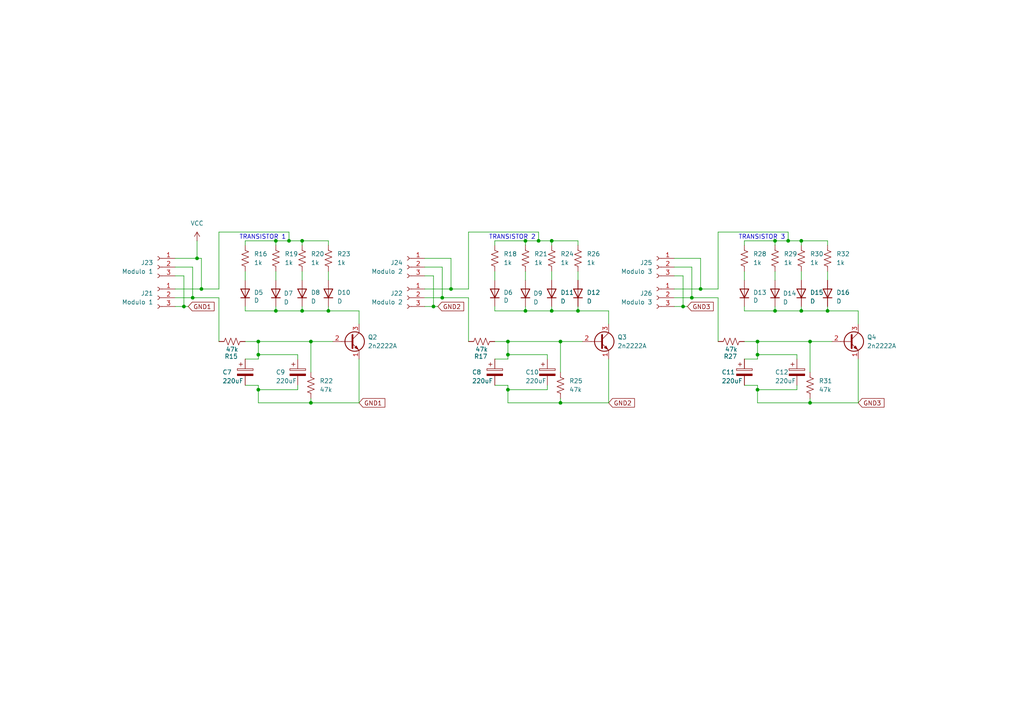
<source format=kicad_sch>
(kicad_sch
	(version 20250114)
	(generator "eeschema")
	(generator_version "9.0")
	(uuid "a729308d-d4c3-4bf8-876d-73e9acadd560")
	(paper "A4")
	(title_block
		(title "esquemático 03 - módulos")
	)
	(lib_symbols
		(symbol "Connector:Conn_01x03_Socket"
			(pin_names
				(offset 1.016)
				(hide yes)
			)
			(exclude_from_sim no)
			(in_bom yes)
			(on_board yes)
			(property "Reference" "J"
				(at 0 5.08 0)
				(effects
					(font
						(size 1.27 1.27)
					)
				)
			)
			(property "Value" "Conn_01x03_Socket"
				(at 0 -5.08 0)
				(effects
					(font
						(size 1.27 1.27)
					)
				)
			)
			(property "Footprint" ""
				(at 0 0 0)
				(effects
					(font
						(size 1.27 1.27)
					)
					(hide yes)
				)
			)
			(property "Datasheet" "~"
				(at 0 0 0)
				(effects
					(font
						(size 1.27 1.27)
					)
					(hide yes)
				)
			)
			(property "Description" "Generic connector, single row, 01x03, script generated"
				(at 0 0 0)
				(effects
					(font
						(size 1.27 1.27)
					)
					(hide yes)
				)
			)
			(property "ki_locked" ""
				(at 0 0 0)
				(effects
					(font
						(size 1.27 1.27)
					)
				)
			)
			(property "ki_keywords" "connector"
				(at 0 0 0)
				(effects
					(font
						(size 1.27 1.27)
					)
					(hide yes)
				)
			)
			(property "ki_fp_filters" "Connector*:*_1x??_*"
				(at 0 0 0)
				(effects
					(font
						(size 1.27 1.27)
					)
					(hide yes)
				)
			)
			(symbol "Conn_01x03_Socket_1_1"
				(polyline
					(pts
						(xy -1.27 2.54) (xy -0.508 2.54)
					)
					(stroke
						(width 0.1524)
						(type default)
					)
					(fill
						(type none)
					)
				)
				(polyline
					(pts
						(xy -1.27 0) (xy -0.508 0)
					)
					(stroke
						(width 0.1524)
						(type default)
					)
					(fill
						(type none)
					)
				)
				(polyline
					(pts
						(xy -1.27 -2.54) (xy -0.508 -2.54)
					)
					(stroke
						(width 0.1524)
						(type default)
					)
					(fill
						(type none)
					)
				)
				(arc
					(start 0 2.032)
					(mid -0.5058 2.54)
					(end 0 3.048)
					(stroke
						(width 0.1524)
						(type default)
					)
					(fill
						(type none)
					)
				)
				(arc
					(start 0 -0.508)
					(mid -0.5058 0)
					(end 0 0.508)
					(stroke
						(width 0.1524)
						(type default)
					)
					(fill
						(type none)
					)
				)
				(arc
					(start 0 -3.048)
					(mid -0.5058 -2.54)
					(end 0 -2.032)
					(stroke
						(width 0.1524)
						(type default)
					)
					(fill
						(type none)
					)
				)
				(pin passive line
					(at -5.08 2.54 0)
					(length 3.81)
					(name "Pin_1"
						(effects
							(font
								(size 1.27 1.27)
							)
						)
					)
					(number "1"
						(effects
							(font
								(size 1.27 1.27)
							)
						)
					)
				)
				(pin passive line
					(at -5.08 0 0)
					(length 3.81)
					(name "Pin_2"
						(effects
							(font
								(size 1.27 1.27)
							)
						)
					)
					(number "2"
						(effects
							(font
								(size 1.27 1.27)
							)
						)
					)
				)
				(pin passive line
					(at -5.08 -2.54 0)
					(length 3.81)
					(name "Pin_3"
						(effects
							(font
								(size 1.27 1.27)
							)
						)
					)
					(number "3"
						(effects
							(font
								(size 1.27 1.27)
							)
						)
					)
				)
			)
			(embedded_fonts no)
		)
		(symbol "Device:C_Polarized"
			(pin_numbers
				(hide yes)
			)
			(pin_names
				(offset 0.254)
			)
			(exclude_from_sim no)
			(in_bom yes)
			(on_board yes)
			(property "Reference" "C"
				(at 0.635 2.54 0)
				(effects
					(font
						(size 1.27 1.27)
					)
					(justify left)
				)
			)
			(property "Value" "C_Polarized"
				(at 0.635 -2.54 0)
				(effects
					(font
						(size 1.27 1.27)
					)
					(justify left)
				)
			)
			(property "Footprint" ""
				(at 0.9652 -3.81 0)
				(effects
					(font
						(size 1.27 1.27)
					)
					(hide yes)
				)
			)
			(property "Datasheet" "~"
				(at 0 0 0)
				(effects
					(font
						(size 1.27 1.27)
					)
					(hide yes)
				)
			)
			(property "Description" "Polarized capacitor"
				(at 0 0 0)
				(effects
					(font
						(size 1.27 1.27)
					)
					(hide yes)
				)
			)
			(property "ki_keywords" "cap capacitor"
				(at 0 0 0)
				(effects
					(font
						(size 1.27 1.27)
					)
					(hide yes)
				)
			)
			(property "ki_fp_filters" "CP_*"
				(at 0 0 0)
				(effects
					(font
						(size 1.27 1.27)
					)
					(hide yes)
				)
			)
			(symbol "C_Polarized_0_1"
				(rectangle
					(start -2.286 0.508)
					(end 2.286 1.016)
					(stroke
						(width 0)
						(type default)
					)
					(fill
						(type none)
					)
				)
				(polyline
					(pts
						(xy -1.778 2.286) (xy -0.762 2.286)
					)
					(stroke
						(width 0)
						(type default)
					)
					(fill
						(type none)
					)
				)
				(polyline
					(pts
						(xy -1.27 2.794) (xy -1.27 1.778)
					)
					(stroke
						(width 0)
						(type default)
					)
					(fill
						(type none)
					)
				)
				(rectangle
					(start 2.286 -0.508)
					(end -2.286 -1.016)
					(stroke
						(width 0)
						(type default)
					)
					(fill
						(type outline)
					)
				)
			)
			(symbol "C_Polarized_1_1"
				(pin passive line
					(at 0 3.81 270)
					(length 2.794)
					(name "~"
						(effects
							(font
								(size 1.27 1.27)
							)
						)
					)
					(number "1"
						(effects
							(font
								(size 1.27 1.27)
							)
						)
					)
				)
				(pin passive line
					(at 0 -3.81 90)
					(length 2.794)
					(name "~"
						(effects
							(font
								(size 1.27 1.27)
							)
						)
					)
					(number "2"
						(effects
							(font
								(size 1.27 1.27)
							)
						)
					)
				)
			)
			(embedded_fonts no)
		)
		(symbol "Device:D"
			(pin_numbers
				(hide yes)
			)
			(pin_names
				(offset 1.016)
				(hide yes)
			)
			(exclude_from_sim no)
			(in_bom yes)
			(on_board yes)
			(property "Reference" "D"
				(at 0 2.54 0)
				(effects
					(font
						(size 1.27 1.27)
					)
				)
			)
			(property "Value" "D"
				(at 0 -2.54 0)
				(effects
					(font
						(size 1.27 1.27)
					)
				)
			)
			(property "Footprint" ""
				(at 0 0 0)
				(effects
					(font
						(size 1.27 1.27)
					)
					(hide yes)
				)
			)
			(property "Datasheet" "~"
				(at 0 0 0)
				(effects
					(font
						(size 1.27 1.27)
					)
					(hide yes)
				)
			)
			(property "Description" "Diode"
				(at 0 0 0)
				(effects
					(font
						(size 1.27 1.27)
					)
					(hide yes)
				)
			)
			(property "Sim.Device" "D"
				(at 0 0 0)
				(effects
					(font
						(size 1.27 1.27)
					)
					(hide yes)
				)
			)
			(property "Sim.Pins" "1=K 2=A"
				(at 0 0 0)
				(effects
					(font
						(size 1.27 1.27)
					)
					(hide yes)
				)
			)
			(property "ki_keywords" "diode"
				(at 0 0 0)
				(effects
					(font
						(size 1.27 1.27)
					)
					(hide yes)
				)
			)
			(property "ki_fp_filters" "TO-???* *_Diode_* *SingleDiode* D_*"
				(at 0 0 0)
				(effects
					(font
						(size 1.27 1.27)
					)
					(hide yes)
				)
			)
			(symbol "D_0_1"
				(polyline
					(pts
						(xy -1.27 1.27) (xy -1.27 -1.27)
					)
					(stroke
						(width 0.254)
						(type default)
					)
					(fill
						(type none)
					)
				)
				(polyline
					(pts
						(xy 1.27 1.27) (xy 1.27 -1.27) (xy -1.27 0) (xy 1.27 1.27)
					)
					(stroke
						(width 0.254)
						(type default)
					)
					(fill
						(type none)
					)
				)
				(polyline
					(pts
						(xy 1.27 0) (xy -1.27 0)
					)
					(stroke
						(width 0)
						(type default)
					)
					(fill
						(type none)
					)
				)
			)
			(symbol "D_1_1"
				(pin passive line
					(at -3.81 0 0)
					(length 2.54)
					(name "K"
						(effects
							(font
								(size 1.27 1.27)
							)
						)
					)
					(number "1"
						(effects
							(font
								(size 1.27 1.27)
							)
						)
					)
				)
				(pin passive line
					(at 3.81 0 180)
					(length 2.54)
					(name "A"
						(effects
							(font
								(size 1.27 1.27)
							)
						)
					)
					(number "2"
						(effects
							(font
								(size 1.27 1.27)
							)
						)
					)
				)
			)
			(embedded_fonts no)
		)
		(symbol "Device:R_US"
			(pin_numbers
				(hide yes)
			)
			(pin_names
				(offset 0)
			)
			(exclude_from_sim no)
			(in_bom yes)
			(on_board yes)
			(property "Reference" "R"
				(at 2.54 0 90)
				(effects
					(font
						(size 1.27 1.27)
					)
				)
			)
			(property "Value" "R_US"
				(at -2.54 0 90)
				(effects
					(font
						(size 1.27 1.27)
					)
				)
			)
			(property "Footprint" ""
				(at 1.016 -0.254 90)
				(effects
					(font
						(size 1.27 1.27)
					)
					(hide yes)
				)
			)
			(property "Datasheet" "~"
				(at 0 0 0)
				(effects
					(font
						(size 1.27 1.27)
					)
					(hide yes)
				)
			)
			(property "Description" "Resistor, US symbol"
				(at 0 0 0)
				(effects
					(font
						(size 1.27 1.27)
					)
					(hide yes)
				)
			)
			(property "ki_keywords" "R res resistor"
				(at 0 0 0)
				(effects
					(font
						(size 1.27 1.27)
					)
					(hide yes)
				)
			)
			(property "ki_fp_filters" "R_*"
				(at 0 0 0)
				(effects
					(font
						(size 1.27 1.27)
					)
					(hide yes)
				)
			)
			(symbol "R_US_0_1"
				(polyline
					(pts
						(xy 0 2.286) (xy 0 2.54)
					)
					(stroke
						(width 0)
						(type default)
					)
					(fill
						(type none)
					)
				)
				(polyline
					(pts
						(xy 0 2.286) (xy 1.016 1.905) (xy 0 1.524) (xy -1.016 1.143) (xy 0 0.762)
					)
					(stroke
						(width 0)
						(type default)
					)
					(fill
						(type none)
					)
				)
				(polyline
					(pts
						(xy 0 0.762) (xy 1.016 0.381) (xy 0 0) (xy -1.016 -0.381) (xy 0 -0.762)
					)
					(stroke
						(width 0)
						(type default)
					)
					(fill
						(type none)
					)
				)
				(polyline
					(pts
						(xy 0 -0.762) (xy 1.016 -1.143) (xy 0 -1.524) (xy -1.016 -1.905) (xy 0 -2.286)
					)
					(stroke
						(width 0)
						(type default)
					)
					(fill
						(type none)
					)
				)
				(polyline
					(pts
						(xy 0 -2.286) (xy 0 -2.54)
					)
					(stroke
						(width 0)
						(type default)
					)
					(fill
						(type none)
					)
				)
			)
			(symbol "R_US_1_1"
				(pin passive line
					(at 0 3.81 270)
					(length 1.27)
					(name "~"
						(effects
							(font
								(size 1.27 1.27)
							)
						)
					)
					(number "1"
						(effects
							(font
								(size 1.27 1.27)
							)
						)
					)
				)
				(pin passive line
					(at 0 -3.81 90)
					(length 1.27)
					(name "~"
						(effects
							(font
								(size 1.27 1.27)
							)
						)
					)
					(number "2"
						(effects
							(font
								(size 1.27 1.27)
							)
						)
					)
				)
			)
			(embedded_fonts no)
		)
		(symbol "Transistor_BJT:2N2219"
			(pin_names
				(offset 0)
				(hide yes)
			)
			(exclude_from_sim no)
			(in_bom yes)
			(on_board yes)
			(property "Reference" "Q"
				(at 5.08 1.905 0)
				(effects
					(font
						(size 1.27 1.27)
					)
					(justify left)
				)
			)
			(property "Value" "2N2219"
				(at 5.08 0 0)
				(effects
					(font
						(size 1.27 1.27)
					)
					(justify left)
				)
			)
			(property "Footprint" "Package_TO_SOT_THT:TO-39-3"
				(at 5.08 -1.905 0)
				(effects
					(font
						(size 1.27 1.27)
						(italic yes)
					)
					(justify left)
					(hide yes)
				)
			)
			(property "Datasheet" "http://www.onsemi.com/pub_link/Collateral/2N2219-D.PDF"
				(at 0 0 0)
				(effects
					(font
						(size 1.27 1.27)
					)
					(justify left)
					(hide yes)
				)
			)
			(property "Description" "800mA Ic, 50V Vce, NPN Transistor, TO-39"
				(at 0 0 0)
				(effects
					(font
						(size 1.27 1.27)
					)
					(hide yes)
				)
			)
			(property "ki_keywords" "NPN Transistor"
				(at 0 0 0)
				(effects
					(font
						(size 1.27 1.27)
					)
					(hide yes)
				)
			)
			(property "ki_fp_filters" "TO?39*"
				(at 0 0 0)
				(effects
					(font
						(size 1.27 1.27)
					)
					(hide yes)
				)
			)
			(symbol "2N2219_0_1"
				(polyline
					(pts
						(xy -2.54 0) (xy 0.635 0)
					)
					(stroke
						(width 0)
						(type default)
					)
					(fill
						(type none)
					)
				)
				(polyline
					(pts
						(xy 0.635 1.905) (xy 0.635 -1.905)
					)
					(stroke
						(width 0.508)
						(type default)
					)
					(fill
						(type none)
					)
				)
				(circle
					(center 1.27 0)
					(radius 2.8194)
					(stroke
						(width 0.254)
						(type default)
					)
					(fill
						(type none)
					)
				)
			)
			(symbol "2N2219_1_1"
				(polyline
					(pts
						(xy 0.635 0.635) (xy 2.54 2.54)
					)
					(stroke
						(width 0)
						(type default)
					)
					(fill
						(type none)
					)
				)
				(polyline
					(pts
						(xy 0.635 -0.635) (xy 2.54 -2.54)
					)
					(stroke
						(width 0)
						(type default)
					)
					(fill
						(type none)
					)
				)
				(polyline
					(pts
						(xy 1.27 -1.778) (xy 1.778 -1.27) (xy 2.286 -2.286) (xy 1.27 -1.778)
					)
					(stroke
						(width 0)
						(type default)
					)
					(fill
						(type outline)
					)
				)
				(pin input line
					(at -5.08 0 0)
					(length 2.54)
					(name "B"
						(effects
							(font
								(size 1.27 1.27)
							)
						)
					)
					(number "2"
						(effects
							(font
								(size 1.27 1.27)
							)
						)
					)
				)
				(pin passive line
					(at 2.54 5.08 270)
					(length 2.54)
					(name "C"
						(effects
							(font
								(size 1.27 1.27)
							)
						)
					)
					(number "3"
						(effects
							(font
								(size 1.27 1.27)
							)
						)
					)
				)
				(pin passive line
					(at 2.54 -5.08 90)
					(length 2.54)
					(name "E"
						(effects
							(font
								(size 1.27 1.27)
							)
						)
					)
					(number "1"
						(effects
							(font
								(size 1.27 1.27)
							)
						)
					)
				)
			)
			(embedded_fonts no)
		)
		(symbol "power:VCC"
			(power)
			(pin_numbers
				(hide yes)
			)
			(pin_names
				(offset 0)
				(hide yes)
			)
			(exclude_from_sim no)
			(in_bom yes)
			(on_board yes)
			(property "Reference" "#PWR"
				(at 0 -3.81 0)
				(effects
					(font
						(size 1.27 1.27)
					)
					(hide yes)
				)
			)
			(property "Value" "VCC"
				(at 0 3.556 0)
				(effects
					(font
						(size 1.27 1.27)
					)
				)
			)
			(property "Footprint" ""
				(at 0 0 0)
				(effects
					(font
						(size 1.27 1.27)
					)
					(hide yes)
				)
			)
			(property "Datasheet" ""
				(at 0 0 0)
				(effects
					(font
						(size 1.27 1.27)
					)
					(hide yes)
				)
			)
			(property "Description" "Power symbol creates a global label with name \"VCC\""
				(at 0 0 0)
				(effects
					(font
						(size 1.27 1.27)
					)
					(hide yes)
				)
			)
			(property "ki_keywords" "global power"
				(at 0 0 0)
				(effects
					(font
						(size 1.27 1.27)
					)
					(hide yes)
				)
			)
			(symbol "VCC_0_1"
				(polyline
					(pts
						(xy -0.762 1.27) (xy 0 2.54)
					)
					(stroke
						(width 0)
						(type default)
					)
					(fill
						(type none)
					)
				)
				(polyline
					(pts
						(xy 0 2.54) (xy 0.762 1.27)
					)
					(stroke
						(width 0)
						(type default)
					)
					(fill
						(type none)
					)
				)
				(polyline
					(pts
						(xy 0 0) (xy 0 2.54)
					)
					(stroke
						(width 0)
						(type default)
					)
					(fill
						(type none)
					)
				)
			)
			(symbol "VCC_1_1"
				(pin power_in line
					(at 0 0 90)
					(length 0)
					(name "~"
						(effects
							(font
								(size 1.27 1.27)
							)
						)
					)
					(number "1"
						(effects
							(font
								(size 1.27 1.27)
							)
						)
					)
				)
			)
			(embedded_fonts no)
		)
	)
	(text "TRANSISTOR 3"
		(exclude_from_sim no)
		(at 220.98 68.834 0)
		(effects
			(font
				(size 1.27 1.27)
			)
		)
		(uuid "0d004192-949b-4e81-ab6d-8416793fcd1b")
	)
	(text "TRANSISTOR 2"
		(exclude_from_sim no)
		(at 148.59 68.834 0)
		(effects
			(font
				(size 1.27 1.27)
			)
		)
		(uuid "39b797cf-8308-4d0c-9a05-6914ff28a2e1")
	)
	(text "TRANSISTOR 1"
		(exclude_from_sim no)
		(at 76.2 68.834 0)
		(effects
			(font
				(size 1.27 1.27)
			)
		)
		(uuid "fa6789e9-ee4a-488b-a4a6-e62091e392e9")
	)
	(junction
		(at 162.56 99.06)
		(diameter 0)
		(color 0 0 0 0)
		(uuid "1569e2f8-c8bf-45ed-a4a8-e4d5072ee211")
	)
	(junction
		(at 240.03 90.17)
		(diameter 0)
		(color 0 0 0 0)
		(uuid "17059e77-0b9d-4dd6-8563-73a2c60720bd")
	)
	(junction
		(at 74.93 113.03)
		(diameter 0)
		(color 0 0 0 0)
		(uuid "17883596-ca4c-40aa-b538-2f3dc32c1a2b")
	)
	(junction
		(at 74.93 99.06)
		(diameter 0)
		(color 0 0 0 0)
		(uuid "27148ed0-fede-4936-bfcc-1e849901a31a")
	)
	(junction
		(at 203.2 83.82)
		(diameter 0)
		(color 0 0 0 0)
		(uuid "293e28fc-4f85-46f1-a244-796e2b687b66")
	)
	(junction
		(at 58.42 83.82)
		(diameter 0)
		(color 0 0 0 0)
		(uuid "2d49d589-3782-423c-aed0-b63fd3ecb8e0")
	)
	(junction
		(at 83.82 69.85)
		(diameter 0)
		(color 0 0 0 0)
		(uuid "32aa0f98-2081-460f-b765-0337ebb0b6cb")
	)
	(junction
		(at 167.64 90.17)
		(diameter 0)
		(color 0 0 0 0)
		(uuid "3b8db8fa-873b-4a16-8e38-993cba3cb0b4")
	)
	(junction
		(at 234.95 116.84)
		(diameter 0)
		(color 0 0 0 0)
		(uuid "40b34fd4-3032-47a0-90f1-e8ddee07734e")
	)
	(junction
		(at 224.79 90.17)
		(diameter 0)
		(color 0 0 0 0)
		(uuid "44972268-94b6-4433-bc50-cf905b58d557")
	)
	(junction
		(at 160.02 90.17)
		(diameter 0)
		(color 0 0 0 0)
		(uuid "4557dc4c-057a-454a-a7f9-fd2ae0a7cba8")
	)
	(junction
		(at 228.6 69.85)
		(diameter 0)
		(color 0 0 0 0)
		(uuid "457ce791-3d67-401e-bb3e-b0d902811e98")
	)
	(junction
		(at 219.71 102.87)
		(diameter 0)
		(color 0 0 0 0)
		(uuid "4701294b-d3c8-4a7a-bf62-fc7f02a30fb3")
	)
	(junction
		(at 147.32 102.87)
		(diameter 0)
		(color 0 0 0 0)
		(uuid "4c4792b9-7b05-4e00-b2e3-21087d18ff95")
	)
	(junction
		(at 232.41 69.85)
		(diameter 0)
		(color 0 0 0 0)
		(uuid "53413f31-e290-4c11-b575-3db958f47e87")
	)
	(junction
		(at 232.41 90.17)
		(diameter 0)
		(color 0 0 0 0)
		(uuid "543c8a28-850a-49c2-bafd-e70cf77651d4")
	)
	(junction
		(at 95.25 90.17)
		(diameter 0)
		(color 0 0 0 0)
		(uuid "5b088763-522e-447a-9887-47dc1e06b864")
	)
	(junction
		(at 57.15 74.93)
		(diameter 0)
		(color 0 0 0 0)
		(uuid "5b2a97d1-cacd-4ec9-ac3b-dd706ec947b9")
	)
	(junction
		(at 219.71 113.03)
		(diameter 0)
		(color 0 0 0 0)
		(uuid "67ee5fa2-e1bf-4c3c-b5ae-6487db2f89ad")
	)
	(junction
		(at 152.4 69.85)
		(diameter 0)
		(color 0 0 0 0)
		(uuid "6a116aa7-c76f-4eda-a97d-26f08edef8d3")
	)
	(junction
		(at 80.01 69.85)
		(diameter 0)
		(color 0 0 0 0)
		(uuid "6c074a02-7d6d-4f10-8dc9-ab08820d1185")
	)
	(junction
		(at 55.88 86.36)
		(diameter 0)
		(color 0 0 0 0)
		(uuid "85b94b11-7fe4-49b1-89a0-674e3e506a65")
	)
	(junction
		(at 90.17 99.06)
		(diameter 0)
		(color 0 0 0 0)
		(uuid "8667ceb6-4985-4454-a05f-dab12cc45313")
	)
	(junction
		(at 87.63 90.17)
		(diameter 0)
		(color 0 0 0 0)
		(uuid "8e9f3a04-170c-41fd-b357-b491c1318428")
	)
	(junction
		(at 80.01 90.17)
		(diameter 0)
		(color 0 0 0 0)
		(uuid "8f1588f8-5153-455e-8b73-a2614baa1940")
	)
	(junction
		(at 87.63 69.85)
		(diameter 0)
		(color 0 0 0 0)
		(uuid "93aee84d-1a7e-472c-b228-a90f1fdfb92c")
	)
	(junction
		(at 147.32 113.03)
		(diameter 0)
		(color 0 0 0 0)
		(uuid "95856ae1-9217-4653-ade9-ba839f615954")
	)
	(junction
		(at 152.4 90.17)
		(diameter 0)
		(color 0 0 0 0)
		(uuid "a404801e-120a-4ef3-9c88-8defcefc7034")
	)
	(junction
		(at 224.79 69.85)
		(diameter 0)
		(color 0 0 0 0)
		(uuid "ae2db481-cb27-4570-bf75-22441baf6d3b")
	)
	(junction
		(at 219.71 99.06)
		(diameter 0)
		(color 0 0 0 0)
		(uuid "b028350d-5559-4502-9ffb-1bedd67a4634")
	)
	(junction
		(at 74.93 102.87)
		(diameter 0)
		(color 0 0 0 0)
		(uuid "b0b1fa55-8f52-4a1d-bb93-a895080a55d9")
	)
	(junction
		(at 160.02 69.85)
		(diameter 0)
		(color 0 0 0 0)
		(uuid "b54c4cd5-fa36-4890-ab37-8fa0fa8852fa")
	)
	(junction
		(at 234.95 99.06)
		(diameter 0)
		(color 0 0 0 0)
		(uuid "c115d3bd-705e-4b20-84a2-094d2b0ee6b2")
	)
	(junction
		(at 198.12 88.9)
		(diameter 0)
		(color 0 0 0 0)
		(uuid "c1c73009-7544-4ff6-9ba7-2216fa8537d8")
	)
	(junction
		(at 156.21 69.85)
		(diameter 0)
		(color 0 0 0 0)
		(uuid "c1e8698e-049b-4f5b-9c75-92a08b599342")
	)
	(junction
		(at 125.73 88.9)
		(diameter 0)
		(color 0 0 0 0)
		(uuid "c4c5fbd8-4079-4176-b7fc-8634757bf3b0")
	)
	(junction
		(at 200.66 86.36)
		(diameter 0)
		(color 0 0 0 0)
		(uuid "c5356c43-f11f-4f3a-9085-2e5c6d6de909")
	)
	(junction
		(at 53.34 88.9)
		(diameter 0)
		(color 0 0 0 0)
		(uuid "c8272643-c42d-47f2-8351-a87e410898fc")
	)
	(junction
		(at 147.32 99.06)
		(diameter 0)
		(color 0 0 0 0)
		(uuid "d00239b3-7492-4f82-a01d-fb393a6c24ad")
	)
	(junction
		(at 90.17 116.84)
		(diameter 0)
		(color 0 0 0 0)
		(uuid "d5ba27a9-37f4-495a-acc8-e1c2260210ed")
	)
	(junction
		(at 128.27 86.36)
		(diameter 0)
		(color 0 0 0 0)
		(uuid "e5345973-0d79-4d05-86ab-aa89523a1127")
	)
	(junction
		(at 162.56 116.84)
		(diameter 0)
		(color 0 0 0 0)
		(uuid "ebf3784b-8b63-4da0-a8c8-3589f36691ac")
	)
	(junction
		(at 130.81 83.82)
		(diameter 0)
		(color 0 0 0 0)
		(uuid "f8f1b2ca-4574-44ce-bf3c-ba722e1985ea")
	)
	(wire
		(pts
			(xy 215.9 78.74) (xy 215.9 81.28)
		)
		(stroke
			(width 0)
			(type default)
		)
		(uuid "050dd6d9-5232-40eb-9702-eb85d17765f5")
	)
	(wire
		(pts
			(xy 86.36 111.76) (xy 86.36 113.03)
		)
		(stroke
			(width 0)
			(type default)
		)
		(uuid "05ed5878-ecd6-4eda-823e-956b214c4e74")
	)
	(wire
		(pts
			(xy 125.73 88.9) (xy 127 88.9)
		)
		(stroke
			(width 0)
			(type default)
		)
		(uuid "06286136-c8cc-41ea-a578-204e0cc68650")
	)
	(wire
		(pts
			(xy 90.17 99.06) (xy 90.17 107.95)
		)
		(stroke
			(width 0)
			(type default)
		)
		(uuid "074a32da-0748-4e3f-97ad-5827bc05fb9b")
	)
	(wire
		(pts
			(xy 228.6 67.31) (xy 228.6 69.85)
		)
		(stroke
			(width 0)
			(type default)
		)
		(uuid "07cf2a8a-17ce-42d8-8372-d81797b98adc")
	)
	(wire
		(pts
			(xy 83.82 67.31) (xy 83.82 69.85)
		)
		(stroke
			(width 0)
			(type default)
		)
		(uuid "0832b06c-acfc-4bb5-b3a3-9b47c6e94872")
	)
	(wire
		(pts
			(xy 219.71 116.84) (xy 234.95 116.84)
		)
		(stroke
			(width 0)
			(type default)
		)
		(uuid "097899e4-4197-4e4a-9068-ef5bf5b2144c")
	)
	(wire
		(pts
			(xy 248.92 90.17) (xy 248.92 93.98)
		)
		(stroke
			(width 0)
			(type default)
		)
		(uuid "0b65d19e-4da3-497b-9241-c2459a0b1b57")
	)
	(wire
		(pts
			(xy 224.79 78.74) (xy 224.79 81.28)
		)
		(stroke
			(width 0)
			(type default)
		)
		(uuid "0c651143-87c8-4a05-90a8-368094554f56")
	)
	(wire
		(pts
			(xy 200.66 86.36) (xy 208.28 86.36)
		)
		(stroke
			(width 0)
			(type default)
		)
		(uuid "0d28cb99-a76d-4836-b3cc-1b7a3bc23df6")
	)
	(wire
		(pts
			(xy 95.25 78.74) (xy 95.25 81.28)
		)
		(stroke
			(width 0)
			(type default)
		)
		(uuid "0e41769b-82f0-4038-9987-f9eebd2608de")
	)
	(wire
		(pts
			(xy 176.53 90.17) (xy 176.53 93.98)
		)
		(stroke
			(width 0)
			(type default)
		)
		(uuid "0fa54910-afeb-4b79-87c1-c35f35f1dcea")
	)
	(wire
		(pts
			(xy 152.4 78.74) (xy 152.4 81.28)
		)
		(stroke
			(width 0)
			(type default)
		)
		(uuid "10415c3a-a737-4a76-a94c-98d89adb3f5d")
	)
	(wire
		(pts
			(xy 158.75 104.14) (xy 158.75 102.87)
		)
		(stroke
			(width 0)
			(type default)
		)
		(uuid "119bad9a-a60a-4676-ad6d-cbf16cfa1449")
	)
	(wire
		(pts
			(xy 231.14 111.76) (xy 231.14 113.03)
		)
		(stroke
			(width 0)
			(type default)
		)
		(uuid "12160e69-df73-4f5f-b018-0faded8c8003")
	)
	(wire
		(pts
			(xy 74.93 113.03) (xy 74.93 116.84)
		)
		(stroke
			(width 0)
			(type default)
		)
		(uuid "17195a59-f1b6-4b4c-b178-9b3473cdacff")
	)
	(wire
		(pts
			(xy 87.63 71.12) (xy 87.63 69.85)
		)
		(stroke
			(width 0)
			(type default)
		)
		(uuid "177f71b1-509a-4444-b73c-e41508b20f46")
	)
	(wire
		(pts
			(xy 167.64 71.12) (xy 167.64 69.85)
		)
		(stroke
			(width 0)
			(type default)
		)
		(uuid "1d10b730-48f2-429a-ad94-5889ca199507")
	)
	(wire
		(pts
			(xy 55.88 86.36) (xy 63.5 86.36)
		)
		(stroke
			(width 0)
			(type default)
		)
		(uuid "1e012ba3-cf6c-489b-bbe0-c728ec5810ae")
	)
	(wire
		(pts
			(xy 71.12 78.74) (xy 71.12 81.28)
		)
		(stroke
			(width 0)
			(type default)
		)
		(uuid "1ff7e960-05b4-4bec-b959-fd073b383591")
	)
	(wire
		(pts
			(xy 71.12 71.12) (xy 71.12 69.85)
		)
		(stroke
			(width 0)
			(type default)
		)
		(uuid "212254b4-e984-4a3b-a085-7bae5bc0a4cb")
	)
	(wire
		(pts
			(xy 123.19 80.01) (xy 125.73 80.01)
		)
		(stroke
			(width 0)
			(type default)
		)
		(uuid "22dc122e-a134-4819-9062-cad2c40f160b")
	)
	(wire
		(pts
			(xy 58.42 83.82) (xy 50.8 83.82)
		)
		(stroke
			(width 0)
			(type default)
		)
		(uuid "2439af24-6732-4289-b49c-c73d56265106")
	)
	(wire
		(pts
			(xy 160.02 88.9) (xy 160.02 90.17)
		)
		(stroke
			(width 0)
			(type default)
		)
		(uuid "24f4cb47-1fe4-4d1e-aefc-a92717cfb2ce")
	)
	(wire
		(pts
			(xy 215.9 71.12) (xy 215.9 69.85)
		)
		(stroke
			(width 0)
			(type default)
		)
		(uuid "26e1f12a-b377-4dc8-9c07-673907d7dc3d")
	)
	(wire
		(pts
			(xy 200.66 77.47) (xy 200.66 86.36)
		)
		(stroke
			(width 0)
			(type default)
		)
		(uuid "278a7004-c8eb-4c10-b8fa-6c55fe4b5c45")
	)
	(wire
		(pts
			(xy 215.9 88.9) (xy 215.9 90.17)
		)
		(stroke
			(width 0)
			(type default)
		)
		(uuid "2d26943f-9063-4697-bd2a-f24500429450")
	)
	(wire
		(pts
			(xy 74.93 102.87) (xy 86.36 102.87)
		)
		(stroke
			(width 0)
			(type default)
		)
		(uuid "2d5837da-baee-42c2-be6c-d88e141be0b4")
	)
	(wire
		(pts
			(xy 50.8 88.9) (xy 53.34 88.9)
		)
		(stroke
			(width 0)
			(type default)
		)
		(uuid "2d9c1944-de98-4688-9147-3e3096186e38")
	)
	(wire
		(pts
			(xy 240.03 71.12) (xy 240.03 69.85)
		)
		(stroke
			(width 0)
			(type default)
		)
		(uuid "2ee27682-6f96-4878-8693-555351a58335")
	)
	(wire
		(pts
			(xy 240.03 78.74) (xy 240.03 81.28)
		)
		(stroke
			(width 0)
			(type default)
		)
		(uuid "2f8c84f9-c693-4795-ae0d-12421ad55048")
	)
	(wire
		(pts
			(xy 143.51 69.85) (xy 152.4 69.85)
		)
		(stroke
			(width 0)
			(type default)
		)
		(uuid "2fda22b3-5ac3-43f3-bc39-4a88b4f17a11")
	)
	(wire
		(pts
			(xy 50.8 77.47) (xy 55.88 77.47)
		)
		(stroke
			(width 0)
			(type default)
		)
		(uuid "30b98870-4660-4eab-91f4-4f2992adb4e7")
	)
	(wire
		(pts
			(xy 156.21 67.31) (xy 156.21 69.85)
		)
		(stroke
			(width 0)
			(type default)
		)
		(uuid "331ecf58-b096-4d6d-b842-109d172d7d55")
	)
	(wire
		(pts
			(xy 74.93 99.06) (xy 90.17 99.06)
		)
		(stroke
			(width 0)
			(type default)
		)
		(uuid "344bac6d-a481-4e9d-add1-e3c4b97c9134")
	)
	(wire
		(pts
			(xy 219.71 111.76) (xy 219.71 113.03)
		)
		(stroke
			(width 0)
			(type default)
		)
		(uuid "37393286-4eed-4807-8303-284b5e8fe1d7")
	)
	(wire
		(pts
			(xy 104.14 104.14) (xy 104.14 116.84)
		)
		(stroke
			(width 0)
			(type default)
		)
		(uuid "37c0bfe1-b379-4f6c-ab2d-38f4d04c7622")
	)
	(wire
		(pts
			(xy 147.32 113.03) (xy 147.32 116.84)
		)
		(stroke
			(width 0)
			(type default)
		)
		(uuid "37f6105f-e7e8-4b34-a3c8-133f1f8dc16b")
	)
	(wire
		(pts
			(xy 248.92 104.14) (xy 248.92 116.84)
		)
		(stroke
			(width 0)
			(type default)
		)
		(uuid "383d2c58-6a80-4d13-bcda-9b50d5fd0524")
	)
	(wire
		(pts
			(xy 123.19 86.36) (xy 128.27 86.36)
		)
		(stroke
			(width 0)
			(type default)
		)
		(uuid "38cf3bb5-464d-42b6-ae2f-9c751a11d825")
	)
	(wire
		(pts
			(xy 74.93 99.06) (xy 74.93 102.87)
		)
		(stroke
			(width 0)
			(type default)
		)
		(uuid "3a6abe03-1540-46ef-9221-0d131a984b85")
	)
	(wire
		(pts
			(xy 147.32 102.87) (xy 158.75 102.87)
		)
		(stroke
			(width 0)
			(type default)
		)
		(uuid "3b28e685-dbec-4842-bce0-ee978e943e83")
	)
	(wire
		(pts
			(xy 63.5 86.36) (xy 63.5 99.06)
		)
		(stroke
			(width 0)
			(type default)
		)
		(uuid "3c212847-b303-47c2-9c0f-32bb045ba990")
	)
	(wire
		(pts
			(xy 135.89 67.31) (xy 156.21 67.31)
		)
		(stroke
			(width 0)
			(type default)
		)
		(uuid "41dfcaab-5472-473a-b7b3-dc7e39e8bc39")
	)
	(wire
		(pts
			(xy 156.21 69.85) (xy 160.02 69.85)
		)
		(stroke
			(width 0)
			(type default)
		)
		(uuid "45d8cb74-fe45-47c1-aa22-f8dc20716b4f")
	)
	(wire
		(pts
			(xy 90.17 116.84) (xy 104.14 116.84)
		)
		(stroke
			(width 0)
			(type default)
		)
		(uuid "469b5f53-ade4-439c-9b7c-6f6f15e2e9c3")
	)
	(wire
		(pts
			(xy 74.93 111.76) (xy 71.12 111.76)
		)
		(stroke
			(width 0)
			(type default)
		)
		(uuid "49a63395-f099-4172-989a-e55e48abfcf3")
	)
	(wire
		(pts
			(xy 219.71 113.03) (xy 231.14 113.03)
		)
		(stroke
			(width 0)
			(type default)
		)
		(uuid "4a4f2884-34bb-487a-95ca-12a9788af67b")
	)
	(wire
		(pts
			(xy 219.71 102.87) (xy 219.71 104.14)
		)
		(stroke
			(width 0)
			(type default)
		)
		(uuid "4abffb22-c104-4bde-bb9c-9ee8d1f1e5fb")
	)
	(wire
		(pts
			(xy 55.88 77.47) (xy 55.88 86.36)
		)
		(stroke
			(width 0)
			(type default)
		)
		(uuid "4ca472a4-9f42-4cb4-9e5a-39744bed5012")
	)
	(wire
		(pts
			(xy 104.14 90.17) (xy 104.14 93.98)
		)
		(stroke
			(width 0)
			(type default)
		)
		(uuid "4f2e6f0b-3111-421a-ab53-681e11059a60")
	)
	(wire
		(pts
			(xy 123.19 88.9) (xy 125.73 88.9)
		)
		(stroke
			(width 0)
			(type default)
		)
		(uuid "50154979-4157-4ec3-bafc-e5988d094461")
	)
	(wire
		(pts
			(xy 87.63 90.17) (xy 95.25 90.17)
		)
		(stroke
			(width 0)
			(type default)
		)
		(uuid "533f9907-799a-4afc-861a-d5ebedf67369")
	)
	(wire
		(pts
			(xy 83.82 69.85) (xy 87.63 69.85)
		)
		(stroke
			(width 0)
			(type default)
		)
		(uuid "56ceb284-f717-49a2-ac64-7f6bf6f79f2f")
	)
	(wire
		(pts
			(xy 143.51 90.17) (xy 152.4 90.17)
		)
		(stroke
			(width 0)
			(type default)
		)
		(uuid "572f67d9-0a34-4eec-88ec-a0452b6f4cc2")
	)
	(wire
		(pts
			(xy 219.71 113.03) (xy 219.71 116.84)
		)
		(stroke
			(width 0)
			(type default)
		)
		(uuid "59bb665e-dc25-4af7-b091-2a7a1e6dbf40")
	)
	(wire
		(pts
			(xy 234.95 115.57) (xy 234.95 116.84)
		)
		(stroke
			(width 0)
			(type default)
		)
		(uuid "5a86ca7b-8ef7-4dbe-acf4-db8bc8d37395")
	)
	(wire
		(pts
			(xy 135.89 83.82) (xy 130.81 83.82)
		)
		(stroke
			(width 0)
			(type default)
		)
		(uuid "5c5dfd22-236e-4563-b9c9-cfcb98d6a3fb")
	)
	(wire
		(pts
			(xy 63.5 67.31) (xy 83.82 67.31)
		)
		(stroke
			(width 0)
			(type default)
		)
		(uuid "614c0ed2-dc0c-4533-a157-22555f362a61")
	)
	(wire
		(pts
			(xy 53.34 80.01) (xy 53.34 88.9)
		)
		(stroke
			(width 0)
			(type default)
		)
		(uuid "63b6cda7-0042-472b-ad22-6e85cdc4a35e")
	)
	(wire
		(pts
			(xy 224.79 69.85) (xy 228.6 69.85)
		)
		(stroke
			(width 0)
			(type default)
		)
		(uuid "6713d287-8e67-47f5-af5c-496af1027a0d")
	)
	(wire
		(pts
			(xy 130.81 83.82) (xy 123.19 83.82)
		)
		(stroke
			(width 0)
			(type default)
		)
		(uuid "69e9149e-60f3-41bb-a974-237de4c94214")
	)
	(wire
		(pts
			(xy 143.51 78.74) (xy 143.51 81.28)
		)
		(stroke
			(width 0)
			(type default)
		)
		(uuid "6aa094e2-602b-41b4-b2be-d5c02390c60a")
	)
	(wire
		(pts
			(xy 234.95 116.84) (xy 248.92 116.84)
		)
		(stroke
			(width 0)
			(type default)
		)
		(uuid "6f0bf6e0-9852-4695-b247-79aba869a2a6")
	)
	(wire
		(pts
			(xy 123.19 77.47) (xy 128.27 77.47)
		)
		(stroke
			(width 0)
			(type default)
		)
		(uuid "6f4cd34e-2147-4da4-ace1-9de139ff43f6")
	)
	(wire
		(pts
			(xy 232.41 90.17) (xy 240.03 90.17)
		)
		(stroke
			(width 0)
			(type default)
		)
		(uuid "7135c9e8-e295-4895-8d5b-47c964229ef0")
	)
	(wire
		(pts
			(xy 195.58 80.01) (xy 198.12 80.01)
		)
		(stroke
			(width 0)
			(type default)
		)
		(uuid "74255300-c9a7-412a-8b9c-6b77878b1402")
	)
	(wire
		(pts
			(xy 198.12 80.01) (xy 198.12 88.9)
		)
		(stroke
			(width 0)
			(type default)
		)
		(uuid "74d9f77a-b996-4c2a-a204-87f795a18617")
	)
	(wire
		(pts
			(xy 50.8 80.01) (xy 53.34 80.01)
		)
		(stroke
			(width 0)
			(type default)
		)
		(uuid "763eb6d9-561c-464b-a0f7-c0c0f199b86c")
	)
	(wire
		(pts
			(xy 203.2 83.82) (xy 195.58 83.82)
		)
		(stroke
			(width 0)
			(type default)
		)
		(uuid "7715dd94-6218-416b-a123-28c92f26bece")
	)
	(wire
		(pts
			(xy 224.79 88.9) (xy 224.79 90.17)
		)
		(stroke
			(width 0)
			(type default)
		)
		(uuid "77a33696-87c1-4567-afef-91a292aec4aa")
	)
	(wire
		(pts
			(xy 125.73 80.01) (xy 125.73 88.9)
		)
		(stroke
			(width 0)
			(type default)
		)
		(uuid "78c176c1-efc4-4e49-a063-471f553d290e")
	)
	(wire
		(pts
			(xy 167.64 90.17) (xy 176.53 90.17)
		)
		(stroke
			(width 0)
			(type default)
		)
		(uuid "79955c8d-2f62-4302-8646-bf08c13663fb")
	)
	(wire
		(pts
			(xy 63.5 83.82) (xy 58.42 83.82)
		)
		(stroke
			(width 0)
			(type default)
		)
		(uuid "7a970eb8-e1b5-4120-b690-ce7e9c9b907f")
	)
	(wire
		(pts
			(xy 215.9 99.06) (xy 219.71 99.06)
		)
		(stroke
			(width 0)
			(type default)
		)
		(uuid "7bce213e-6690-4435-a361-449db6a31c1e")
	)
	(wire
		(pts
			(xy 215.9 90.17) (xy 224.79 90.17)
		)
		(stroke
			(width 0)
			(type default)
		)
		(uuid "7cbfc288-3f93-4786-9b15-65e7ab7a34a3")
	)
	(wire
		(pts
			(xy 147.32 99.06) (xy 147.32 102.87)
		)
		(stroke
			(width 0)
			(type default)
		)
		(uuid "7d62dc85-15cf-469e-8439-fa24153cd2ee")
	)
	(wire
		(pts
			(xy 162.56 116.84) (xy 176.53 116.84)
		)
		(stroke
			(width 0)
			(type default)
		)
		(uuid "7db97bb0-51de-4a33-ad89-0802da0287f5")
	)
	(wire
		(pts
			(xy 195.58 74.93) (xy 203.2 74.93)
		)
		(stroke
			(width 0)
			(type default)
		)
		(uuid "7dda37ac-b975-4d91-a15c-63631eeb7893")
	)
	(wire
		(pts
			(xy 71.12 99.06) (xy 74.93 99.06)
		)
		(stroke
			(width 0)
			(type default)
		)
		(uuid "7ecf8b72-8ad7-4526-89d9-9ccf57221144")
	)
	(wire
		(pts
			(xy 198.12 88.9) (xy 199.39 88.9)
		)
		(stroke
			(width 0)
			(type default)
		)
		(uuid "7f8bc041-8260-4a5f-a0de-06aad6fc50b3")
	)
	(wire
		(pts
			(xy 147.32 104.14) (xy 143.51 104.14)
		)
		(stroke
			(width 0)
			(type default)
		)
		(uuid "8290e157-98ce-4372-b8de-8d91e5c69c06")
	)
	(wire
		(pts
			(xy 195.58 77.47) (xy 200.66 77.47)
		)
		(stroke
			(width 0)
			(type default)
		)
		(uuid "82a4fa6e-4364-4702-a4c5-c72683f2b650")
	)
	(wire
		(pts
			(xy 160.02 71.12) (xy 160.02 69.85)
		)
		(stroke
			(width 0)
			(type default)
		)
		(uuid "8363036e-ed0a-4961-a77e-ee874369e912")
	)
	(wire
		(pts
			(xy 71.12 69.85) (xy 80.01 69.85)
		)
		(stroke
			(width 0)
			(type default)
		)
		(uuid "843b1b4d-45c8-4a64-8c9e-deec30571f8f")
	)
	(wire
		(pts
			(xy 232.41 88.9) (xy 232.41 90.17)
		)
		(stroke
			(width 0)
			(type default)
		)
		(uuid "860bd1c2-0ffe-40af-bbc6-6cfa8ed81675")
	)
	(wire
		(pts
			(xy 74.93 113.03) (xy 86.36 113.03)
		)
		(stroke
			(width 0)
			(type default)
		)
		(uuid "87086705-10bc-4a4f-a02e-3f51c565e904")
	)
	(wire
		(pts
			(xy 208.28 67.31) (xy 228.6 67.31)
		)
		(stroke
			(width 0)
			(type default)
		)
		(uuid "882e882a-376e-4d12-8186-0cbf8937538b")
	)
	(wire
		(pts
			(xy 95.25 71.12) (xy 95.25 69.85)
		)
		(stroke
			(width 0)
			(type default)
		)
		(uuid "88749ef9-77bc-4a14-8c9c-8c1e35b3db5d")
	)
	(wire
		(pts
			(xy 208.28 67.31) (xy 208.28 83.82)
		)
		(stroke
			(width 0)
			(type default)
		)
		(uuid "888fdacb-1e82-41fa-877b-a8f008a3e078")
	)
	(wire
		(pts
			(xy 80.01 71.12) (xy 80.01 69.85)
		)
		(stroke
			(width 0)
			(type default)
		)
		(uuid "89171d58-4e35-4155-a12b-aa963b859c41")
	)
	(wire
		(pts
			(xy 74.93 102.87) (xy 74.93 104.14)
		)
		(stroke
			(width 0)
			(type default)
		)
		(uuid "8cda5b2e-e2fb-4601-a527-13511c843d24")
	)
	(wire
		(pts
			(xy 240.03 69.85) (xy 232.41 69.85)
		)
		(stroke
			(width 0)
			(type default)
		)
		(uuid "8e09527d-cf2f-4d81-9bd3-164b08f4ed5c")
	)
	(wire
		(pts
			(xy 80.01 90.17) (xy 87.63 90.17)
		)
		(stroke
			(width 0)
			(type default)
		)
		(uuid "8fd9b523-76f9-44cc-8f46-075e9f20053b")
	)
	(wire
		(pts
			(xy 219.71 102.87) (xy 231.14 102.87)
		)
		(stroke
			(width 0)
			(type default)
		)
		(uuid "90da1b71-e025-493e-b597-e1141052c1ba")
	)
	(wire
		(pts
			(xy 128.27 86.36) (xy 135.89 86.36)
		)
		(stroke
			(width 0)
			(type default)
		)
		(uuid "91a6e076-0af5-4194-8e47-8ae3eae4a0ce")
	)
	(wire
		(pts
			(xy 240.03 88.9) (xy 240.03 90.17)
		)
		(stroke
			(width 0)
			(type default)
		)
		(uuid "91c5ce30-9826-4270-b464-e58f8deddaeb")
	)
	(wire
		(pts
			(xy 160.02 78.74) (xy 160.02 81.28)
		)
		(stroke
			(width 0)
			(type default)
		)
		(uuid "92268a46-6d4b-4b8e-b6b5-6e9530f0bc1e")
	)
	(wire
		(pts
			(xy 86.36 104.14) (xy 86.36 102.87)
		)
		(stroke
			(width 0)
			(type default)
		)
		(uuid "93abd9c0-2a11-4039-81f6-59f81beca39f")
	)
	(wire
		(pts
			(xy 215.9 69.85) (xy 224.79 69.85)
		)
		(stroke
			(width 0)
			(type default)
		)
		(uuid "93c39bca-4df5-4f63-b6e6-ecbb5767400a")
	)
	(wire
		(pts
			(xy 167.64 88.9) (xy 167.64 90.17)
		)
		(stroke
			(width 0)
			(type default)
		)
		(uuid "93e4559d-7dc5-49b6-b02e-aff71484ea4a")
	)
	(wire
		(pts
			(xy 58.42 74.93) (xy 58.42 83.82)
		)
		(stroke
			(width 0)
			(type default)
		)
		(uuid "97dbc843-1977-4eab-aeb8-d86d597fb6c7")
	)
	(wire
		(pts
			(xy 147.32 111.76) (xy 147.32 113.03)
		)
		(stroke
			(width 0)
			(type default)
		)
		(uuid "9b060700-2e49-4197-a85a-9f1347fadf1c")
	)
	(wire
		(pts
			(xy 219.71 104.14) (xy 215.9 104.14)
		)
		(stroke
			(width 0)
			(type default)
		)
		(uuid "9d1da5f9-8661-4282-8433-5a10fdd5e79e")
	)
	(wire
		(pts
			(xy 224.79 71.12) (xy 224.79 69.85)
		)
		(stroke
			(width 0)
			(type default)
		)
		(uuid "a0362e4e-3627-4244-b426-c4caea47b3d2")
	)
	(wire
		(pts
			(xy 152.4 69.85) (xy 156.21 69.85)
		)
		(stroke
			(width 0)
			(type default)
		)
		(uuid "a1e351f4-53c6-46f6-ba15-2d1aace925a1")
	)
	(wire
		(pts
			(xy 50.8 86.36) (xy 55.88 86.36)
		)
		(stroke
			(width 0)
			(type default)
		)
		(uuid "a26ae693-25e9-4a92-beff-2ef8feab157c")
	)
	(wire
		(pts
			(xy 130.81 74.93) (xy 130.81 83.82)
		)
		(stroke
			(width 0)
			(type default)
		)
		(uuid "a29fe335-8cfd-4e58-bcfa-066ffa243c09")
	)
	(wire
		(pts
			(xy 152.4 71.12) (xy 152.4 69.85)
		)
		(stroke
			(width 0)
			(type default)
		)
		(uuid "a3aa8f3c-c383-4864-91d6-8e10b1fe3a14")
	)
	(wire
		(pts
			(xy 234.95 99.06) (xy 241.3 99.06)
		)
		(stroke
			(width 0)
			(type default)
		)
		(uuid "a478706a-df3a-4e71-927e-3e9cb7a9cce8")
	)
	(wire
		(pts
			(xy 74.93 111.76) (xy 74.93 113.03)
		)
		(stroke
			(width 0)
			(type default)
		)
		(uuid "a77f7901-2c68-47b7-8827-ff7b43ae10aa")
	)
	(wire
		(pts
			(xy 53.34 88.9) (xy 54.61 88.9)
		)
		(stroke
			(width 0)
			(type default)
		)
		(uuid "a7b1ab16-aa09-47d6-8de7-e4fc938495e6")
	)
	(wire
		(pts
			(xy 219.71 99.06) (xy 219.71 102.87)
		)
		(stroke
			(width 0)
			(type default)
		)
		(uuid "aa0b826e-9524-4758-9270-12c7a0c824fd")
	)
	(wire
		(pts
			(xy 219.71 111.76) (xy 215.9 111.76)
		)
		(stroke
			(width 0)
			(type default)
		)
		(uuid "ad0b0a98-c6cf-4bad-b5c8-383cb73f50e3")
	)
	(wire
		(pts
			(xy 63.5 67.31) (xy 63.5 83.82)
		)
		(stroke
			(width 0)
			(type default)
		)
		(uuid "b10978ba-6d4f-45f8-ba16-09df117c4ecc")
	)
	(wire
		(pts
			(xy 228.6 69.85) (xy 232.41 69.85)
		)
		(stroke
			(width 0)
			(type default)
		)
		(uuid "b5dd8a61-2d90-4516-aad6-329ba93d94bf")
	)
	(wire
		(pts
			(xy 74.93 104.14) (xy 71.12 104.14)
		)
		(stroke
			(width 0)
			(type default)
		)
		(uuid "b6b040d9-b9cf-4237-a90b-cbce7b3fdab5")
	)
	(wire
		(pts
			(xy 167.64 78.74) (xy 167.64 81.28)
		)
		(stroke
			(width 0)
			(type default)
		)
		(uuid "b79d2645-ba3f-450b-852b-6e56cdde2788")
	)
	(wire
		(pts
			(xy 87.63 78.74) (xy 87.63 81.28)
		)
		(stroke
			(width 0)
			(type default)
		)
		(uuid "ba4c8f8c-60c1-4ca0-aedf-761ea71d4eb1")
	)
	(wire
		(pts
			(xy 143.51 88.9) (xy 143.51 90.17)
		)
		(stroke
			(width 0)
			(type default)
		)
		(uuid "bddcea42-98db-482d-8c71-1719f5228e32")
	)
	(wire
		(pts
			(xy 90.17 115.57) (xy 90.17 116.84)
		)
		(stroke
			(width 0)
			(type default)
		)
		(uuid "bf6bc932-799b-4b94-a0e9-be4d4fbdee74")
	)
	(wire
		(pts
			(xy 195.58 88.9) (xy 198.12 88.9)
		)
		(stroke
			(width 0)
			(type default)
		)
		(uuid "bfdbab91-b38c-437f-aa13-4f2ab9e28a62")
	)
	(wire
		(pts
			(xy 203.2 74.93) (xy 203.2 83.82)
		)
		(stroke
			(width 0)
			(type default)
		)
		(uuid "c0f1d76b-dfa7-4ab3-920a-b96ce5794a60")
	)
	(wire
		(pts
			(xy 74.93 116.84) (xy 90.17 116.84)
		)
		(stroke
			(width 0)
			(type default)
		)
		(uuid "c4d4e15e-83c8-44cf-988b-70d53ff7bba4")
	)
	(wire
		(pts
			(xy 128.27 77.47) (xy 128.27 86.36)
		)
		(stroke
			(width 0)
			(type default)
		)
		(uuid "c63e784f-7cb0-4878-ad0e-8016cabada36")
	)
	(wire
		(pts
			(xy 147.32 102.87) (xy 147.32 104.14)
		)
		(stroke
			(width 0)
			(type default)
		)
		(uuid "c856ed7a-ecc4-4da0-a940-3ccc94b693eb")
	)
	(wire
		(pts
			(xy 160.02 90.17) (xy 167.64 90.17)
		)
		(stroke
			(width 0)
			(type default)
		)
		(uuid "c8900a80-7167-4d2b-9e8b-87e47e34c052")
	)
	(wire
		(pts
			(xy 224.79 90.17) (xy 232.41 90.17)
		)
		(stroke
			(width 0)
			(type default)
		)
		(uuid "cba9c000-cd52-4595-8d9b-8e1cdec8520a")
	)
	(wire
		(pts
			(xy 208.28 83.82) (xy 203.2 83.82)
		)
		(stroke
			(width 0)
			(type default)
		)
		(uuid "ccb9213d-e153-49ba-966e-3adbbdd6c184")
	)
	(wire
		(pts
			(xy 231.14 104.14) (xy 231.14 102.87)
		)
		(stroke
			(width 0)
			(type default)
		)
		(uuid "ccf8c247-c5b2-407e-82f0-696980545163")
	)
	(wire
		(pts
			(xy 234.95 99.06) (xy 234.95 107.95)
		)
		(stroke
			(width 0)
			(type default)
		)
		(uuid "ce59a33c-837d-4c84-a357-64f99ac6e4f6")
	)
	(wire
		(pts
			(xy 147.32 116.84) (xy 162.56 116.84)
		)
		(stroke
			(width 0)
			(type default)
		)
		(uuid "d0a076d0-bab2-4d4d-9f6f-fa2ef6a54354")
	)
	(wire
		(pts
			(xy 95.25 88.9) (xy 95.25 90.17)
		)
		(stroke
			(width 0)
			(type default)
		)
		(uuid "d1151b02-12e0-4e80-a1f1-9b0b742b9228")
	)
	(wire
		(pts
			(xy 162.56 99.06) (xy 162.56 107.95)
		)
		(stroke
			(width 0)
			(type default)
		)
		(uuid "d18d4426-bf4a-45a9-bd81-4c8e57f92a4f")
	)
	(wire
		(pts
			(xy 158.75 111.76) (xy 158.75 113.03)
		)
		(stroke
			(width 0)
			(type default)
		)
		(uuid "d198a946-398f-4b94-915c-99b7ee373701")
	)
	(wire
		(pts
			(xy 152.4 88.9) (xy 152.4 90.17)
		)
		(stroke
			(width 0)
			(type default)
		)
		(uuid "d5b415d4-e1a3-4727-a7cc-099465e0e71b")
	)
	(wire
		(pts
			(xy 135.89 86.36) (xy 135.89 99.06)
		)
		(stroke
			(width 0)
			(type default)
		)
		(uuid "d60f6618-32f1-4b0a-b974-1d3c23c3a0a0")
	)
	(wire
		(pts
			(xy 152.4 90.17) (xy 160.02 90.17)
		)
		(stroke
			(width 0)
			(type default)
		)
		(uuid "d7af9e92-3ab3-4f91-944c-14bdf48b75db")
	)
	(wire
		(pts
			(xy 57.15 69.85) (xy 57.15 74.93)
		)
		(stroke
			(width 0)
			(type default)
		)
		(uuid "d7ca6347-c8b4-4bbb-810a-3b81b4e819ae")
	)
	(wire
		(pts
			(xy 240.03 90.17) (xy 248.92 90.17)
		)
		(stroke
			(width 0)
			(type default)
		)
		(uuid "d9a110db-45c4-4c05-8b9f-3b2587a58b4e")
	)
	(wire
		(pts
			(xy 71.12 88.9) (xy 71.12 90.17)
		)
		(stroke
			(width 0)
			(type default)
		)
		(uuid "d9bf0291-7fd2-4ce1-a614-001ea6b82b4c")
	)
	(wire
		(pts
			(xy 57.15 74.93) (xy 58.42 74.93)
		)
		(stroke
			(width 0)
			(type default)
		)
		(uuid "d9c04407-2005-40bb-b0f3-4b2c1eb31f48")
	)
	(wire
		(pts
			(xy 80.01 88.9) (xy 80.01 90.17)
		)
		(stroke
			(width 0)
			(type default)
		)
		(uuid "da98259a-36d0-4118-b17d-d2e9010adb9d")
	)
	(wire
		(pts
			(xy 195.58 86.36) (xy 200.66 86.36)
		)
		(stroke
			(width 0)
			(type default)
		)
		(uuid "dcf71e9c-81c7-4224-a90d-09aff34ee2d6")
	)
	(wire
		(pts
			(xy 162.56 115.57) (xy 162.56 116.84)
		)
		(stroke
			(width 0)
			(type default)
		)
		(uuid "de0426c8-fd8d-47e2-8a2c-620e65f67a5c")
	)
	(wire
		(pts
			(xy 147.32 99.06) (xy 162.56 99.06)
		)
		(stroke
			(width 0)
			(type default)
		)
		(uuid "deda040b-7e1b-41bf-afbd-02952000ec62")
	)
	(wire
		(pts
			(xy 95.25 90.17) (xy 104.14 90.17)
		)
		(stroke
			(width 0)
			(type default)
		)
		(uuid "dfbb3495-c977-49ab-a988-904b1b30d33b")
	)
	(wire
		(pts
			(xy 135.89 67.31) (xy 135.89 83.82)
		)
		(stroke
			(width 0)
			(type default)
		)
		(uuid "e064241e-27b0-4037-9d4d-67725b60e672")
	)
	(wire
		(pts
			(xy 232.41 71.12) (xy 232.41 69.85)
		)
		(stroke
			(width 0)
			(type default)
		)
		(uuid "e07d17ce-a74f-4af2-b254-dd5fda09d571")
	)
	(wire
		(pts
			(xy 167.64 69.85) (xy 160.02 69.85)
		)
		(stroke
			(width 0)
			(type default)
		)
		(uuid "e1a02d17-732b-4d32-ae08-6d730d578556")
	)
	(wire
		(pts
			(xy 219.71 99.06) (xy 234.95 99.06)
		)
		(stroke
			(width 0)
			(type default)
		)
		(uuid "e60df3c2-f67b-476d-a075-d3edbf077929")
	)
	(wire
		(pts
			(xy 95.25 69.85) (xy 87.63 69.85)
		)
		(stroke
			(width 0)
			(type default)
		)
		(uuid "e8ae4d59-8a0c-4559-8320-1f5c19658268")
	)
	(wire
		(pts
			(xy 162.56 99.06) (xy 168.91 99.06)
		)
		(stroke
			(width 0)
			(type default)
		)
		(uuid "eb61541c-c310-4f68-bce4-c0089ac682b9")
	)
	(wire
		(pts
			(xy 147.32 111.76) (xy 143.51 111.76)
		)
		(stroke
			(width 0)
			(type default)
		)
		(uuid "ed85ee30-b9d3-4202-ba7d-72ae3e5e32ab")
	)
	(wire
		(pts
			(xy 87.63 88.9) (xy 87.63 90.17)
		)
		(stroke
			(width 0)
			(type default)
		)
		(uuid "edb4a62b-13d3-45fb-8ed9-4a52df051a13")
	)
	(wire
		(pts
			(xy 80.01 78.74) (xy 80.01 81.28)
		)
		(stroke
			(width 0)
			(type default)
		)
		(uuid "f257153c-176b-4347-b9fa-dc757d829836")
	)
	(wire
		(pts
			(xy 50.8 74.93) (xy 57.15 74.93)
		)
		(stroke
			(width 0)
			(type default)
		)
		(uuid "f2defb64-aa6a-4a3f-8d06-418803f2a407")
	)
	(wire
		(pts
			(xy 147.32 113.03) (xy 158.75 113.03)
		)
		(stroke
			(width 0)
			(type default)
		)
		(uuid "f41a6891-005d-40f3-a7f4-47cf0be813c5")
	)
	(wire
		(pts
			(xy 232.41 78.74) (xy 232.41 81.28)
		)
		(stroke
			(width 0)
			(type default)
		)
		(uuid "f49781ba-cc91-4b9f-9460-bdbdd92c1a13")
	)
	(wire
		(pts
			(xy 176.53 104.14) (xy 176.53 116.84)
		)
		(stroke
			(width 0)
			(type default)
		)
		(uuid "f6c6efbe-0e13-4790-b051-d8184632c889")
	)
	(wire
		(pts
			(xy 123.19 74.93) (xy 130.81 74.93)
		)
		(stroke
			(width 0)
			(type default)
		)
		(uuid "f6fe72ef-5097-46e3-a363-f3de79eb053f")
	)
	(wire
		(pts
			(xy 143.51 71.12) (xy 143.51 69.85)
		)
		(stroke
			(width 0)
			(type default)
		)
		(uuid "f9960add-d430-431f-b371-2baeff3a66d7")
	)
	(wire
		(pts
			(xy 71.12 90.17) (xy 80.01 90.17)
		)
		(stroke
			(width 0)
			(type default)
		)
		(uuid "facb0561-a0e0-4b54-83d0-b22f3347cc35")
	)
	(wire
		(pts
			(xy 208.28 86.36) (xy 208.28 99.06)
		)
		(stroke
			(width 0)
			(type default)
		)
		(uuid "fb3983dd-97f2-423b-934b-3da01e839f9b")
	)
	(wire
		(pts
			(xy 90.17 99.06) (xy 96.52 99.06)
		)
		(stroke
			(width 0)
			(type default)
		)
		(uuid "fc783389-aba4-4440-99c3-1c1fb506904b")
	)
	(wire
		(pts
			(xy 143.51 99.06) (xy 147.32 99.06)
		)
		(stroke
			(width 0)
			(type default)
		)
		(uuid "fc8ababe-2b87-466a-a190-1e13b35057fc")
	)
	(wire
		(pts
			(xy 80.01 69.85) (xy 83.82 69.85)
		)
		(stroke
			(width 0)
			(type default)
		)
		(uuid "feb4975a-97c6-4a34-b288-78fd4e9eaa36")
	)
	(global_label "GND3"
		(shape input)
		(at 248.92 116.84 0)
		(fields_autoplaced yes)
		(effects
			(font
				(size 1.27 1.27)
			)
			(justify left)
		)
		(uuid "02b866af-e5cf-403c-8279-ae9e9dcbc4e2")
		(property "Intersheetrefs" "${INTERSHEET_REFS}"
			(at 256.9852 116.84 0)
			(effects
				(font
					(size 1.27 1.27)
				)
				(justify left)
				(hide yes)
			)
		)
	)
	(global_label "GND1"
		(shape input)
		(at 104.14 116.84 0)
		(fields_autoplaced yes)
		(effects
			(font
				(size 1.27 1.27)
			)
			(justify left)
		)
		(uuid "467fb119-2e2e-4d06-90ca-5e95b36388ef")
		(property "Intersheetrefs" "${INTERSHEET_REFS}"
			(at 112.2052 116.84 0)
			(effects
				(font
					(size 1.27 1.27)
				)
				(justify left)
				(hide yes)
			)
		)
	)
	(global_label "GND1"
		(shape input)
		(at 54.61 88.9 0)
		(fields_autoplaced yes)
		(effects
			(font
				(size 1.27 1.27)
			)
			(justify left)
		)
		(uuid "5b892276-d6ba-4b1e-90c2-42ae1b5429cd")
		(property "Intersheetrefs" "${INTERSHEET_REFS}"
			(at 62.6752 88.9 0)
			(effects
				(font
					(size 1.27 1.27)
				)
				(justify left)
				(hide yes)
			)
		)
	)
	(global_label "GND2"
		(shape input)
		(at 176.53 116.84 0)
		(fields_autoplaced yes)
		(effects
			(font
				(size 1.27 1.27)
			)
			(justify left)
		)
		(uuid "8e8e0736-d940-4eec-bebf-3012874ee0e8")
		(property "Intersheetrefs" "${INTERSHEET_REFS}"
			(at 184.5952 116.84 0)
			(effects
				(font
					(size 1.27 1.27)
				)
				(justify left)
				(hide yes)
			)
		)
	)
	(global_label "GND3"
		(shape input)
		(at 199.39 88.9 0)
		(fields_autoplaced yes)
		(effects
			(font
				(size 1.27 1.27)
			)
			(justify left)
		)
		(uuid "8f2eb1a8-89c8-4a1f-b771-0fed4d97fe92")
		(property "Intersheetrefs" "${INTERSHEET_REFS}"
			(at 207.4552 88.9 0)
			(effects
				(font
					(size 1.27 1.27)
				)
				(justify left)
				(hide yes)
			)
		)
	)
	(global_label "GND2"
		(shape input)
		(at 127 88.9 0)
		(fields_autoplaced yes)
		(effects
			(font
				(size 1.27 1.27)
			)
			(justify left)
		)
		(uuid "95480386-0f23-425f-b6f0-82111d8d3286")
		(property "Intersheetrefs" "${INTERSHEET_REFS}"
			(at 135.0652 88.9 0)
			(effects
				(font
					(size 1.27 1.27)
				)
				(justify left)
				(hide yes)
			)
		)
	)
	(symbol
		(lib_id "Transistor_BJT:2N2219")
		(at 101.6 99.06 0)
		(unit 1)
		(exclude_from_sim no)
		(in_bom yes)
		(on_board yes)
		(dnp no)
		(fields_autoplaced yes)
		(uuid "028ca248-4de3-4bab-9292-8bbac483fefc")
		(property "Reference" "Q2"
			(at 106.68 97.7899 0)
			(effects
				(font
					(size 1.27 1.27)
				)
				(justify left)
			)
		)
		(property "Value" "2n2222A"
			(at 106.68 100.3299 0)
			(effects
				(font
					(size 1.27 1.27)
				)
				(justify left)
			)
		)
		(property "Footprint" "Package_TO_SOT_THT:TO-92"
			(at 106.68 100.965 0)
			(effects
				(font
					(size 1.27 1.27)
					(italic yes)
				)
				(justify left)
				(hide yes)
			)
		)
		(property "Datasheet" "http://www.onsemi.com/pub_link/Collateral/2N2219-D.PDF"
			(at 101.6 99.06 0)
			(effects
				(font
					(size 1.27 1.27)
				)
				(justify left)
				(hide yes)
			)
		)
		(property "Description" "800mA Ic, 50V Vce, NPN Transistor, TO-39"
			(at 101.6 99.06 0)
			(effects
				(font
					(size 1.27 1.27)
				)
				(hide yes)
			)
		)
		(pin "2"
			(uuid "16836ee8-41fd-42a6-aab1-636dbb89b57e")
		)
		(pin "3"
			(uuid "3e93f4ae-bb2b-485f-96da-d8ccea5e19d5")
		)
		(pin "1"
			(uuid "ed9c1170-ce15-437d-9df7-a3952daa62be")
		)
		(instances
			(project "proyecto_2_módulo"
				(path "/a729308d-d4c3-4bf8-876d-73e9acadd560"
					(reference "Q2")
					(unit 1)
				)
			)
		)
	)
	(symbol
		(lib_id "Device:R_US")
		(at 95.25 74.93 0)
		(unit 1)
		(exclude_from_sim no)
		(in_bom yes)
		(on_board yes)
		(dnp no)
		(fields_autoplaced yes)
		(uuid "047cfa4b-498c-48e4-85e5-2a5aa53725bf")
		(property "Reference" "R23"
			(at 97.79 73.6599 0)
			(effects
				(font
					(size 1.27 1.27)
				)
				(justify left)
			)
		)
		(property "Value" "1k"
			(at 97.79 76.1999 0)
			(effects
				(font
					(size 1.27 1.27)
				)
				(justify left)
			)
		)
		(property "Footprint" "Resistor_THT:R_Axial_DIN0207_L6.3mm_D2.5mm_P10.16mm_Horizontal"
			(at 96.266 75.184 90)
			(effects
				(font
					(size 1.27 1.27)
				)
				(hide yes)
			)
		)
		(property "Datasheet" "~"
			(at 95.25 74.93 0)
			(effects
				(font
					(size 1.27 1.27)
				)
				(hide yes)
			)
		)
		(property "Description" "Resistor, US symbol"
			(at 95.25 74.93 0)
			(effects
				(font
					(size 1.27 1.27)
				)
				(hide yes)
			)
		)
		(pin "1"
			(uuid "45e62fb2-715e-426b-973a-6fe708fcf2dc")
		)
		(pin "2"
			(uuid "638b73b3-4cad-4906-b32e-c01e6509414b")
		)
		(instances
			(project "proyecto_2_módulo"
				(path "/a729308d-d4c3-4bf8-876d-73e9acadd560"
					(reference "R23")
					(unit 1)
				)
			)
		)
	)
	(symbol
		(lib_id "Connector:Conn_01x03_Socket")
		(at 118.11 86.36 0)
		(mirror y)
		(unit 1)
		(exclude_from_sim no)
		(in_bom yes)
		(on_board yes)
		(dnp no)
		(uuid "057c93cd-de17-4af7-be8e-946b25d2ee6c")
		(property "Reference" "J22"
			(at 116.84 85.0899 0)
			(effects
				(font
					(size 1.27 1.27)
				)
				(justify left)
			)
		)
		(property "Value" "Modulo 2"
			(at 116.84 87.6299 0)
			(effects
				(font
					(size 1.27 1.27)
				)
				(justify left)
			)
		)
		(property "Footprint" "Connector_PinHeader_2.54mm:PinHeader_1x03_P2.54mm_Vertical"
			(at 118.11 86.36 0)
			(effects
				(font
					(size 1.27 1.27)
				)
				(hide yes)
			)
		)
		(property "Datasheet" "~"
			(at 118.11 86.36 0)
			(effects
				(font
					(size 1.27 1.27)
				)
				(hide yes)
			)
		)
		(property "Description" "Generic connector, single row, 01x03, script generated"
			(at 118.11 86.36 0)
			(effects
				(font
					(size 1.27 1.27)
				)
				(hide yes)
			)
		)
		(pin "3"
			(uuid "0b033881-d488-447e-800a-d2e1ed27a013")
		)
		(pin "1"
			(uuid "bf57a23f-daa0-4d31-81d9-d79a9481521d")
		)
		(pin "2"
			(uuid "aa9e9d2b-337b-42b9-9240-ba902c885097")
		)
		(instances
			(project "proyecto_2_módulo"
				(path "/a729308d-d4c3-4bf8-876d-73e9acadd560"
					(reference "J22")
					(unit 1)
				)
			)
		)
	)
	(symbol
		(lib_id "Device:R_US")
		(at 240.03 74.93 0)
		(unit 1)
		(exclude_from_sim no)
		(in_bom yes)
		(on_board yes)
		(dnp no)
		(fields_autoplaced yes)
		(uuid "0cc2ad23-66ef-49f5-9f20-ed643c4d9b3f")
		(property "Reference" "R32"
			(at 242.57 73.6599 0)
			(effects
				(font
					(size 1.27 1.27)
				)
				(justify left)
			)
		)
		(property "Value" "1k"
			(at 242.57 76.1999 0)
			(effects
				(font
					(size 1.27 1.27)
				)
				(justify left)
			)
		)
		(property "Footprint" "Resistor_THT:R_Axial_DIN0207_L6.3mm_D2.5mm_P10.16mm_Horizontal"
			(at 241.046 75.184 90)
			(effects
				(font
					(size 1.27 1.27)
				)
				(hide yes)
			)
		)
		(property "Datasheet" "~"
			(at 240.03 74.93 0)
			(effects
				(font
					(size 1.27 1.27)
				)
				(hide yes)
			)
		)
		(property "Description" "Resistor, US symbol"
			(at 240.03 74.93 0)
			(effects
				(font
					(size 1.27 1.27)
				)
				(hide yes)
			)
		)
		(pin "1"
			(uuid "7ce78acf-0a98-4a44-a248-5363d3ae2b91")
		)
		(pin "2"
			(uuid "84cd019f-8d24-4add-b155-f8892b79b82e")
		)
		(instances
			(project "proyecto_2_módulo"
				(path "/a729308d-d4c3-4bf8-876d-73e9acadd560"
					(reference "R32")
					(unit 1)
				)
			)
		)
	)
	(symbol
		(lib_id "Device:R_US")
		(at 80.01 74.93 0)
		(unit 1)
		(exclude_from_sim no)
		(in_bom yes)
		(on_board yes)
		(dnp no)
		(fields_autoplaced yes)
		(uuid "11582227-27a9-4bd0-8e02-e7549993b1ba")
		(property "Reference" "R19"
			(at 82.55 73.6599 0)
			(effects
				(font
					(size 1.27 1.27)
				)
				(justify left)
			)
		)
		(property "Value" "1k"
			(at 82.55 76.1999 0)
			(effects
				(font
					(size 1.27 1.27)
				)
				(justify left)
			)
		)
		(property "Footprint" "Resistor_THT:R_Axial_DIN0207_L6.3mm_D2.5mm_P10.16mm_Horizontal"
			(at 81.026 75.184 90)
			(effects
				(font
					(size 1.27 1.27)
				)
				(hide yes)
			)
		)
		(property "Datasheet" "~"
			(at 80.01 74.93 0)
			(effects
				(font
					(size 1.27 1.27)
				)
				(hide yes)
			)
		)
		(property "Description" "Resistor, US symbol"
			(at 80.01 74.93 0)
			(effects
				(font
					(size 1.27 1.27)
				)
				(hide yes)
			)
		)
		(pin "1"
			(uuid "c5c4e378-a127-4dce-93eb-112e152ef8da")
		)
		(pin "2"
			(uuid "c94c71ed-3ba2-4d1e-a61c-bd73a8b2ca66")
		)
		(instances
			(project "proyecto_2_módulo"
				(path "/a729308d-d4c3-4bf8-876d-73e9acadd560"
					(reference "R19")
					(unit 1)
				)
			)
		)
	)
	(symbol
		(lib_id "Device:R_US")
		(at 232.41 74.93 0)
		(unit 1)
		(exclude_from_sim no)
		(in_bom yes)
		(on_board yes)
		(dnp no)
		(fields_autoplaced yes)
		(uuid "1546fd64-346e-4c57-b3b2-a58dd287198d")
		(property "Reference" "R30"
			(at 234.95 73.6599 0)
			(effects
				(font
					(size 1.27 1.27)
				)
				(justify left)
			)
		)
		(property "Value" "1k"
			(at 234.95 76.1999 0)
			(effects
				(font
					(size 1.27 1.27)
				)
				(justify left)
			)
		)
		(property "Footprint" "Resistor_THT:R_Axial_DIN0207_L6.3mm_D2.5mm_P10.16mm_Horizontal"
			(at 233.426 75.184 90)
			(effects
				(font
					(size 1.27 1.27)
				)
				(hide yes)
			)
		)
		(property "Datasheet" "~"
			(at 232.41 74.93 0)
			(effects
				(font
					(size 1.27 1.27)
				)
				(hide yes)
			)
		)
		(property "Description" "Resistor, US symbol"
			(at 232.41 74.93 0)
			(effects
				(font
					(size 1.27 1.27)
				)
				(hide yes)
			)
		)
		(pin "1"
			(uuid "da733a16-510e-429f-a8a2-59bc024f319f")
		)
		(pin "2"
			(uuid "208e1bef-0711-40ff-8229-88168a269b49")
		)
		(instances
			(project "proyecto_2_módulo"
				(path "/a729308d-d4c3-4bf8-876d-73e9acadd560"
					(reference "R30")
					(unit 1)
				)
			)
		)
	)
	(symbol
		(lib_id "Connector:Conn_01x03_Socket")
		(at 45.72 86.36 0)
		(mirror y)
		(unit 1)
		(exclude_from_sim no)
		(in_bom yes)
		(on_board yes)
		(dnp no)
		(uuid "18aec870-8ed7-4216-ba5b-5134f1c5fbe7")
		(property "Reference" "J21"
			(at 44.45 85.0899 0)
			(effects
				(font
					(size 1.27 1.27)
				)
				(justify left)
			)
		)
		(property "Value" "Modulo 1"
			(at 44.45 87.6299 0)
			(effects
				(font
					(size 1.27 1.27)
				)
				(justify left)
			)
		)
		(property "Footprint" "Connector_PinHeader_2.54mm:PinHeader_1x03_P2.54mm_Vertical"
			(at 45.72 86.36 0)
			(effects
				(font
					(size 1.27 1.27)
				)
				(hide yes)
			)
		)
		(property "Datasheet" "~"
			(at 45.72 86.36 0)
			(effects
				(font
					(size 1.27 1.27)
				)
				(hide yes)
			)
		)
		(property "Description" "Generic connector, single row, 01x03, script generated"
			(at 45.72 86.36 0)
			(effects
				(font
					(size 1.27 1.27)
				)
				(hide yes)
			)
		)
		(pin "3"
			(uuid "e790afbc-0881-4711-adaa-7c86aedc5f32")
		)
		(pin "1"
			(uuid "04488205-f599-4af5-bda9-5ded501e23f0")
		)
		(pin "2"
			(uuid "648d6839-556e-4f3f-952d-0db18cc1404d")
		)
		(instances
			(project "proyecto_2_módulo"
				(path "/a729308d-d4c3-4bf8-876d-73e9acadd560"
					(reference "J21")
					(unit 1)
				)
			)
		)
	)
	(symbol
		(lib_id "Device:C_Polarized")
		(at 231.14 107.95 0)
		(unit 1)
		(exclude_from_sim no)
		(in_bom yes)
		(on_board yes)
		(dnp no)
		(uuid "1a481eef-2fd6-45d8-9b1a-78c4c5d2f4db")
		(property "Reference" "C12"
			(at 224.79 107.95 0)
			(effects
				(font
					(size 1.27 1.27)
				)
				(justify left)
			)
		)
		(property "Value" "220uF"
			(at 224.79 110.49 0)
			(effects
				(font
					(size 1.27 1.27)
				)
				(justify left)
			)
		)
		(property "Footprint" "Capacitor_THT:CP_Radial_D6.3mm_P2.50mm"
			(at 232.1052 111.76 0)
			(effects
				(font
					(size 1.27 1.27)
				)
				(hide yes)
			)
		)
		(property "Datasheet" "~"
			(at 231.14 107.95 0)
			(effects
				(font
					(size 1.27 1.27)
				)
				(hide yes)
			)
		)
		(property "Description" "Polarized capacitor"
			(at 231.14 107.95 0)
			(effects
				(font
					(size 1.27 1.27)
				)
				(hide yes)
			)
		)
		(pin "2"
			(uuid "10aa94b6-b780-4eeb-8dd4-d7f3afbe8ac7")
		)
		(pin "1"
			(uuid "4eb2e644-1bf7-44c4-b06d-e06d10fa5d50")
		)
		(instances
			(project "proyecto_2_módulo"
				(path "/a729308d-d4c3-4bf8-876d-73e9acadd560"
					(reference "C12")
					(unit 1)
				)
			)
		)
	)
	(symbol
		(lib_id "Device:R_US")
		(at 162.56 111.76 0)
		(unit 1)
		(exclude_from_sim no)
		(in_bom yes)
		(on_board yes)
		(dnp no)
		(fields_autoplaced yes)
		(uuid "271d4a1d-60e9-4b8d-8f97-b2803d2154b7")
		(property "Reference" "R25"
			(at 165.1 110.4899 0)
			(effects
				(font
					(size 1.27 1.27)
				)
				(justify left)
			)
		)
		(property "Value" "47k"
			(at 165.1 113.0299 0)
			(effects
				(font
					(size 1.27 1.27)
				)
				(justify left)
			)
		)
		(property "Footprint" "Resistor_THT:R_Axial_DIN0207_L6.3mm_D2.5mm_P10.16mm_Horizontal"
			(at 163.576 112.014 90)
			(effects
				(font
					(size 1.27 1.27)
				)
				(hide yes)
			)
		)
		(property "Datasheet" "~"
			(at 162.56 111.76 0)
			(effects
				(font
					(size 1.27 1.27)
				)
				(hide yes)
			)
		)
		(property "Description" "Resistor, US symbol"
			(at 162.56 111.76 0)
			(effects
				(font
					(size 1.27 1.27)
				)
				(hide yes)
			)
		)
		(pin "1"
			(uuid "3cd89c8b-eb09-4f04-85bd-273fa6b66996")
		)
		(pin "2"
			(uuid "b41bd161-846a-4f45-a35f-0d981ed33fcb")
		)
		(instances
			(project "proyecto_2_módulo"
				(path "/a729308d-d4c3-4bf8-876d-73e9acadd560"
					(reference "R25")
					(unit 1)
				)
			)
		)
	)
	(symbol
		(lib_id "Device:R_US")
		(at 139.7 99.06 90)
		(unit 1)
		(exclude_from_sim no)
		(in_bom yes)
		(on_board yes)
		(dnp no)
		(uuid "2f685350-357f-4600-9f41-f162edad6ef3")
		(property "Reference" "R17"
			(at 139.446 103.378 90)
			(effects
				(font
					(size 1.27 1.27)
				)
			)
		)
		(property "Value" "47k"
			(at 139.7 101.346 90)
			(effects
				(font
					(size 1.27 1.27)
				)
			)
		)
		(property "Footprint" "Resistor_THT:R_Axial_DIN0207_L6.3mm_D2.5mm_P10.16mm_Horizontal"
			(at 139.954 98.044 90)
			(effects
				(font
					(size 1.27 1.27)
				)
				(hide yes)
			)
		)
		(property "Datasheet" "~"
			(at 139.7 99.06 0)
			(effects
				(font
					(size 1.27 1.27)
				)
				(hide yes)
			)
		)
		(property "Description" "Resistor, US symbol"
			(at 139.7 99.06 0)
			(effects
				(font
					(size 1.27 1.27)
				)
				(hide yes)
			)
		)
		(pin "1"
			(uuid "e6837038-f3f6-4020-a9ba-d372753965fb")
		)
		(pin "2"
			(uuid "8fa3c301-5130-4746-8f47-a770cbd63b4e")
		)
		(instances
			(project "proyecto_2_módulo"
				(path "/a729308d-d4c3-4bf8-876d-73e9acadd560"
					(reference "R17")
					(unit 1)
				)
			)
		)
	)
	(symbol
		(lib_id "Device:R_US")
		(at 167.64 74.93 0)
		(unit 1)
		(exclude_from_sim no)
		(in_bom yes)
		(on_board yes)
		(dnp no)
		(fields_autoplaced yes)
		(uuid "355e7f1f-dcc1-46bb-a21c-9e40efe1a2b8")
		(property "Reference" "R26"
			(at 170.18 73.6599 0)
			(effects
				(font
					(size 1.27 1.27)
				)
				(justify left)
			)
		)
		(property "Value" "1k"
			(at 170.18 76.1999 0)
			(effects
				(font
					(size 1.27 1.27)
				)
				(justify left)
			)
		)
		(property "Footprint" "Resistor_THT:R_Axial_DIN0207_L6.3mm_D2.5mm_P10.16mm_Horizontal"
			(at 168.656 75.184 90)
			(effects
				(font
					(size 1.27 1.27)
				)
				(hide yes)
			)
		)
		(property "Datasheet" "~"
			(at 167.64 74.93 0)
			(effects
				(font
					(size 1.27 1.27)
				)
				(hide yes)
			)
		)
		(property "Description" "Resistor, US symbol"
			(at 167.64 74.93 0)
			(effects
				(font
					(size 1.27 1.27)
				)
				(hide yes)
			)
		)
		(pin "1"
			(uuid "bd2769f2-4e96-4097-b07e-a9a215e7f79b")
		)
		(pin "2"
			(uuid "38c7ba39-c461-47a3-8c9c-96485f3f89d5")
		)
		(instances
			(project "proyecto_2_módulo"
				(path "/a729308d-d4c3-4bf8-876d-73e9acadd560"
					(reference "R26")
					(unit 1)
				)
			)
		)
	)
	(symbol
		(lib_id "Device:R_US")
		(at 160.02 74.93 0)
		(unit 1)
		(exclude_from_sim no)
		(in_bom yes)
		(on_board yes)
		(dnp no)
		(fields_autoplaced yes)
		(uuid "4020d6de-4b49-47fb-a455-226e032bf7d7")
		(property "Reference" "R24"
			(at 162.56 73.6599 0)
			(effects
				(font
					(size 1.27 1.27)
				)
				(justify left)
			)
		)
		(property "Value" "1k"
			(at 162.56 76.1999 0)
			(effects
				(font
					(size 1.27 1.27)
				)
				(justify left)
			)
		)
		(property "Footprint" "Resistor_THT:R_Axial_DIN0207_L6.3mm_D2.5mm_P10.16mm_Horizontal"
			(at 161.036 75.184 90)
			(effects
				(font
					(size 1.27 1.27)
				)
				(hide yes)
			)
		)
		(property "Datasheet" "~"
			(at 160.02 74.93 0)
			(effects
				(font
					(size 1.27 1.27)
				)
				(hide yes)
			)
		)
		(property "Description" "Resistor, US symbol"
			(at 160.02 74.93 0)
			(effects
				(font
					(size 1.27 1.27)
				)
				(hide yes)
			)
		)
		(pin "1"
			(uuid "5ca2f60c-5cfd-488d-9ac4-693f2ab459cc")
		)
		(pin "2"
			(uuid "e2f4cf1e-c849-444d-9fd4-3b7a96cf48bd")
		)
		(instances
			(project "proyecto_2_módulo"
				(path "/a729308d-d4c3-4bf8-876d-73e9acadd560"
					(reference "R24")
					(unit 1)
				)
			)
		)
	)
	(symbol
		(lib_id "Device:C_Polarized")
		(at 215.9 107.95 0)
		(unit 1)
		(exclude_from_sim no)
		(in_bom yes)
		(on_board yes)
		(dnp no)
		(uuid "44e5492d-e6ae-4e8e-93d0-a7e3378736d6")
		(property "Reference" "C11"
			(at 209.296 107.95 0)
			(effects
				(font
					(size 1.27 1.27)
				)
				(justify left)
			)
		)
		(property "Value" "220uF"
			(at 209.296 110.49 0)
			(effects
				(font
					(size 1.27 1.27)
				)
				(justify left)
			)
		)
		(property "Footprint" "Capacitor_THT:CP_Radial_D6.3mm_P2.50mm"
			(at 216.8652 111.76 0)
			(effects
				(font
					(size 1.27 1.27)
				)
				(hide yes)
			)
		)
		(property "Datasheet" "~"
			(at 215.9 107.95 0)
			(effects
				(font
					(size 1.27 1.27)
				)
				(hide yes)
			)
		)
		(property "Description" "Polarized capacitor"
			(at 215.9 107.95 0)
			(effects
				(font
					(size 1.27 1.27)
				)
				(hide yes)
			)
		)
		(pin "2"
			(uuid "ced6c0f3-7d1b-4b00-a463-cf3c1b05cfc7")
		)
		(pin "1"
			(uuid "5adef94f-5800-4fef-81e7-fb41e552de06")
		)
		(instances
			(project "proyecto_2_módulo"
				(path "/a729308d-d4c3-4bf8-876d-73e9acadd560"
					(reference "C11")
					(unit 1)
				)
			)
		)
	)
	(symbol
		(lib_id "Device:D")
		(at 167.64 85.09 90)
		(unit 1)
		(exclude_from_sim no)
		(in_bom yes)
		(on_board yes)
		(dnp no)
		(uuid "46b441d2-4b95-4daf-967f-dad2d013b81c")
		(property "Reference" "D12"
			(at 170.18 84.836 90)
			(effects
				(font
					(size 1.27 1.27)
				)
				(justify right)
			)
		)
		(property "Value" "D"
			(at 170.18 87.376 90)
			(effects
				(font
					(size 1.27 1.27)
				)
				(justify right)
			)
		)
		(property "Footprint" "LED_THT:LED_D5.0mm"
			(at 167.64 85.09 0)
			(effects
				(font
					(size 1.27 1.27)
				)
				(hide yes)
			)
		)
		(property "Datasheet" "~"
			(at 167.64 85.09 0)
			(effects
				(font
					(size 1.27 1.27)
				)
				(hide yes)
			)
		)
		(property "Description" "Diode"
			(at 167.64 85.09 0)
			(effects
				(font
					(size 1.27 1.27)
				)
				(hide yes)
			)
		)
		(property "Sim.Device" "D"
			(at 167.64 85.09 0)
			(effects
				(font
					(size 1.27 1.27)
				)
				(hide yes)
			)
		)
		(property "Sim.Pins" "1=K 2=A"
			(at 167.64 85.09 0)
			(effects
				(font
					(size 1.27 1.27)
				)
				(hide yes)
			)
		)
		(pin "1"
			(uuid "5871336e-1d68-42e3-8c0f-74f64476396c")
		)
		(pin "2"
			(uuid "89c11375-786b-4e16-b589-41404051d153")
		)
		(instances
			(project "proyecto_2_módulo"
				(path "/a729308d-d4c3-4bf8-876d-73e9acadd560"
					(reference "D12")
					(unit 1)
				)
			)
		)
	)
	(symbol
		(lib_id "Device:D")
		(at 224.79 85.09 90)
		(unit 1)
		(exclude_from_sim no)
		(in_bom yes)
		(on_board yes)
		(dnp no)
		(uuid "48fee6d8-e667-4234-bc00-b82f7033eb84")
		(property "Reference" "D14"
			(at 227.076 85.09 90)
			(effects
				(font
					(size 1.27 1.27)
				)
				(justify right)
			)
		)
		(property "Value" "D"
			(at 227.076 87.63 90)
			(effects
				(font
					(size 1.27 1.27)
				)
				(justify right)
			)
		)
		(property "Footprint" "LED_THT:LED_D5.0mm"
			(at 224.79 85.09 0)
			(effects
				(font
					(size 1.27 1.27)
				)
				(hide yes)
			)
		)
		(property "Datasheet" "~"
			(at 224.79 85.09 0)
			(effects
				(font
					(size 1.27 1.27)
				)
				(hide yes)
			)
		)
		(property "Description" "Diode"
			(at 224.79 85.09 0)
			(effects
				(font
					(size 1.27 1.27)
				)
				(hide yes)
			)
		)
		(property "Sim.Device" "D"
			(at 224.79 85.09 0)
			(effects
				(font
					(size 1.27 1.27)
				)
				(hide yes)
			)
		)
		(property "Sim.Pins" "1=K 2=A"
			(at 224.79 85.09 0)
			(effects
				(font
					(size 1.27 1.27)
				)
				(hide yes)
			)
		)
		(pin "1"
			(uuid "524765b5-cd3d-42d9-8ac3-ae60665d5f9f")
		)
		(pin "2"
			(uuid "fad70f8b-d6ae-4d41-979a-2cc117f30c7f")
		)
		(instances
			(project "proyecto_2_módulo"
				(path "/a729308d-d4c3-4bf8-876d-73e9acadd560"
					(reference "D14")
					(unit 1)
				)
			)
		)
	)
	(symbol
		(lib_id "Device:D")
		(at 71.12 85.09 90)
		(unit 1)
		(exclude_from_sim no)
		(in_bom yes)
		(on_board yes)
		(dnp no)
		(uuid "4a7c6136-ee00-41d5-972d-eac16f6f7f2b")
		(property "Reference" "D5"
			(at 73.66 84.836 90)
			(effects
				(font
					(size 1.27 1.27)
				)
				(justify right)
			)
		)
		(property "Value" "D"
			(at 73.66 87.122 90)
			(effects
				(font
					(size 1.27 1.27)
				)
				(justify right)
			)
		)
		(property "Footprint" "LED_THT:LED_D5.0mm"
			(at 71.12 85.09 0)
			(effects
				(font
					(size 1.27 1.27)
				)
				(hide yes)
			)
		)
		(property "Datasheet" "~"
			(at 71.12 85.09 0)
			(effects
				(font
					(size 1.27 1.27)
				)
				(hide yes)
			)
		)
		(property "Description" "Diode"
			(at 71.12 85.09 0)
			(effects
				(font
					(size 1.27 1.27)
				)
				(hide yes)
			)
		)
		(property "Sim.Device" "D"
			(at 71.12 85.09 0)
			(effects
				(font
					(size 1.27 1.27)
				)
				(hide yes)
			)
		)
		(property "Sim.Pins" "1=K 2=A"
			(at 71.12 85.09 0)
			(effects
				(font
					(size 1.27 1.27)
				)
				(hide yes)
			)
		)
		(pin "1"
			(uuid "ca1bbfa8-5bc9-4a49-81b7-311e1c808915")
		)
		(pin "2"
			(uuid "f086de38-6264-407b-ac36-fca411bb1cf1")
		)
		(instances
			(project "proyecto_2_módulo"
				(path "/a729308d-d4c3-4bf8-876d-73e9acadd560"
					(reference "D5")
					(unit 1)
				)
			)
		)
	)
	(symbol
		(lib_id "Connector:Conn_01x03_Socket")
		(at 45.72 77.47 0)
		(mirror y)
		(unit 1)
		(exclude_from_sim no)
		(in_bom yes)
		(on_board yes)
		(dnp no)
		(uuid "553ac702-1136-41ad-a2a1-8dd7e7bd2bbe")
		(property "Reference" "J23"
			(at 44.45 76.1999 0)
			(effects
				(font
					(size 1.27 1.27)
				)
				(justify left)
			)
		)
		(property "Value" "Modulo 1"
			(at 44.45 78.7399 0)
			(effects
				(font
					(size 1.27 1.27)
				)
				(justify left)
			)
		)
		(property "Footprint" "Connector_PinHeader_2.54mm:PinHeader_1x03_P2.54mm_Vertical"
			(at 45.72 77.47 0)
			(effects
				(font
					(size 1.27 1.27)
				)
				(hide yes)
			)
		)
		(property "Datasheet" "~"
			(at 45.72 77.47 0)
			(effects
				(font
					(size 1.27 1.27)
				)
				(hide yes)
			)
		)
		(property "Description" "Generic connector, single row, 01x03, script generated"
			(at 45.72 77.47 0)
			(effects
				(font
					(size 1.27 1.27)
				)
				(hide yes)
			)
		)
		(pin "3"
			(uuid "77c2df12-d1ca-4a67-b4ea-36220b521fb3")
		)
		(pin "1"
			(uuid "621c3767-0d26-48d2-93ce-3d8b978f243e")
		)
		(pin "2"
			(uuid "612d7c80-df92-4691-9701-5e8ae86370ba")
		)
		(instances
			(project "proyecto_2_módulo"
				(path "/a729308d-d4c3-4bf8-876d-73e9acadd560"
					(reference "J23")
					(unit 1)
				)
			)
		)
	)
	(symbol
		(lib_id "Device:D")
		(at 240.03 85.09 90)
		(unit 1)
		(exclude_from_sim no)
		(in_bom yes)
		(on_board yes)
		(dnp no)
		(uuid "5925fafe-1fd5-450c-97c6-c31cd7a07ac6")
		(property "Reference" "D16"
			(at 242.57 84.836 90)
			(effects
				(font
					(size 1.27 1.27)
				)
				(justify right)
			)
		)
		(property "Value" "D"
			(at 242.57 87.376 90)
			(effects
				(font
					(size 1.27 1.27)
				)
				(justify right)
			)
		)
		(property "Footprint" "LED_THT:LED_D5.0mm"
			(at 240.03 85.09 0)
			(effects
				(font
					(size 1.27 1.27)
				)
				(hide yes)
			)
		)
		(property "Datasheet" "~"
			(at 240.03 85.09 0)
			(effects
				(font
					(size 1.27 1.27)
				)
				(hide yes)
			)
		)
		(property "Description" "Diode"
			(at 240.03 85.09 0)
			(effects
				(font
					(size 1.27 1.27)
				)
				(hide yes)
			)
		)
		(property "Sim.Device" "D"
			(at 240.03 85.09 0)
			(effects
				(font
					(size 1.27 1.27)
				)
				(hide yes)
			)
		)
		(property "Sim.Pins" "1=K 2=A"
			(at 240.03 85.09 0)
			(effects
				(font
					(size 1.27 1.27)
				)
				(hide yes)
			)
		)
		(pin "1"
			(uuid "ba55e91a-cae0-4843-bbe7-6eec828223d7")
		)
		(pin "2"
			(uuid "49ad8bb0-eb78-4f4c-81a3-d3b3212e85b8")
		)
		(instances
			(project "proyecto_2_módulo"
				(path "/a729308d-d4c3-4bf8-876d-73e9acadd560"
					(reference "D16")
					(unit 1)
				)
			)
		)
	)
	(symbol
		(lib_id "Device:R_US")
		(at 71.12 74.93 0)
		(unit 1)
		(exclude_from_sim no)
		(in_bom yes)
		(on_board yes)
		(dnp no)
		(fields_autoplaced yes)
		(uuid "5aab80df-4978-4893-b648-b4aa6d1586ee")
		(property "Reference" "R16"
			(at 73.66 73.6599 0)
			(effects
				(font
					(size 1.27 1.27)
				)
				(justify left)
			)
		)
		(property "Value" "1k"
			(at 73.66 76.1999 0)
			(effects
				(font
					(size 1.27 1.27)
				)
				(justify left)
			)
		)
		(property "Footprint" "Resistor_THT:R_Axial_DIN0207_L6.3mm_D2.5mm_P10.16mm_Horizontal"
			(at 72.136 75.184 90)
			(effects
				(font
					(size 1.27 1.27)
				)
				(hide yes)
			)
		)
		(property "Datasheet" "~"
			(at 71.12 74.93 0)
			(effects
				(font
					(size 1.27 1.27)
				)
				(hide yes)
			)
		)
		(property "Description" "Resistor, US symbol"
			(at 71.12 74.93 0)
			(effects
				(font
					(size 1.27 1.27)
				)
				(hide yes)
			)
		)
		(pin "1"
			(uuid "584f5c7d-2606-4525-ad81-c20bc76994fb")
		)
		(pin "2"
			(uuid "5be022af-e72f-4d3b-9553-74d9fc0b095b")
		)
		(instances
			(project "proyecto_2_módulo"
				(path "/a729308d-d4c3-4bf8-876d-73e9acadd560"
					(reference "R16")
					(unit 1)
				)
			)
		)
	)
	(symbol
		(lib_id "Device:C_Polarized")
		(at 158.75 107.95 0)
		(unit 1)
		(exclude_from_sim no)
		(in_bom yes)
		(on_board yes)
		(dnp no)
		(uuid "685a9f65-88cf-4b45-92c3-197f8fc6979e")
		(property "Reference" "C10"
			(at 152.4 107.95 0)
			(effects
				(font
					(size 1.27 1.27)
				)
				(justify left)
			)
		)
		(property "Value" "220uF"
			(at 152.4 110.49 0)
			(effects
				(font
					(size 1.27 1.27)
				)
				(justify left)
			)
		)
		(property "Footprint" "Capacitor_THT:CP_Radial_D6.3mm_P2.50mm"
			(at 159.7152 111.76 0)
			(effects
				(font
					(size 1.27 1.27)
				)
				(hide yes)
			)
		)
		(property "Datasheet" "~"
			(at 158.75 107.95 0)
			(effects
				(font
					(size 1.27 1.27)
				)
				(hide yes)
			)
		)
		(property "Description" "Polarized capacitor"
			(at 158.75 107.95 0)
			(effects
				(font
					(size 1.27 1.27)
				)
				(hide yes)
			)
		)
		(pin "2"
			(uuid "6449d056-9990-443a-af12-20e0d29d942a")
		)
		(pin "1"
			(uuid "019c25ac-967f-4035-9d8e-9afbd011ac6a")
		)
		(instances
			(project "proyecto_2_módulo"
				(path "/a729308d-d4c3-4bf8-876d-73e9acadd560"
					(reference "C10")
					(unit 1)
				)
			)
		)
	)
	(symbol
		(lib_id "Connector:Conn_01x03_Socket")
		(at 118.11 77.47 0)
		(mirror y)
		(unit 1)
		(exclude_from_sim no)
		(in_bom yes)
		(on_board yes)
		(dnp no)
		(uuid "73167f17-b4d0-4e8f-9119-67dda5dd8cdf")
		(property "Reference" "J24"
			(at 116.84 76.1999 0)
			(effects
				(font
					(size 1.27 1.27)
				)
				(justify left)
			)
		)
		(property "Value" "Modulo 2"
			(at 116.84 78.7399 0)
			(effects
				(font
					(size 1.27 1.27)
				)
				(justify left)
			)
		)
		(property "Footprint" "Connector_PinHeader_2.54mm:PinHeader_1x03_P2.54mm_Vertical"
			(at 118.11 77.47 0)
			(effects
				(font
					(size 1.27 1.27)
				)
				(hide yes)
			)
		)
		(property "Datasheet" "~"
			(at 118.11 77.47 0)
			(effects
				(font
					(size 1.27 1.27)
				)
				(hide yes)
			)
		)
		(property "Description" "Generic connector, single row, 01x03, script generated"
			(at 118.11 77.47 0)
			(effects
				(font
					(size 1.27 1.27)
				)
				(hide yes)
			)
		)
		(pin "3"
			(uuid "71c49b87-03f6-4a10-8c4a-f2329d3552e7")
		)
		(pin "1"
			(uuid "3b2069f9-b27c-4d65-a679-2c6af9f906c9")
		)
		(pin "2"
			(uuid "ed0ca5d1-bcaf-4611-a7ab-322f370563a7")
		)
		(instances
			(project "proyecto_2_módulo"
				(path "/a729308d-d4c3-4bf8-876d-73e9acadd560"
					(reference "J24")
					(unit 1)
				)
			)
		)
	)
	(symbol
		(lib_id "Device:R_US")
		(at 87.63 74.93 0)
		(unit 1)
		(exclude_from_sim no)
		(in_bom yes)
		(on_board yes)
		(dnp no)
		(fields_autoplaced yes)
		(uuid "78a1562d-0472-4847-903c-096f0a9a16ef")
		(property "Reference" "R20"
			(at 90.17 73.6599 0)
			(effects
				(font
					(size 1.27 1.27)
				)
				(justify left)
			)
		)
		(property "Value" "1k"
			(at 90.17 76.1999 0)
			(effects
				(font
					(size 1.27 1.27)
				)
				(justify left)
			)
		)
		(property "Footprint" "Resistor_THT:R_Axial_DIN0207_L6.3mm_D2.5mm_P10.16mm_Horizontal"
			(at 88.646 75.184 90)
			(effects
				(font
					(size 1.27 1.27)
				)
				(hide yes)
			)
		)
		(property "Datasheet" "~"
			(at 87.63 74.93 0)
			(effects
				(font
					(size 1.27 1.27)
				)
				(hide yes)
			)
		)
		(property "Description" "Resistor, US symbol"
			(at 87.63 74.93 0)
			(effects
				(font
					(size 1.27 1.27)
				)
				(hide yes)
			)
		)
		(pin "1"
			(uuid "9d76b1f1-5844-4d29-95e1-d8a0ecf455cd")
		)
		(pin "2"
			(uuid "eb9ed9b4-ceb6-4aca-8337-8595b3577bf1")
		)
		(instances
			(project "proyecto_2_módulo"
				(path "/a729308d-d4c3-4bf8-876d-73e9acadd560"
					(reference "R20")
					(unit 1)
				)
			)
		)
	)
	(symbol
		(lib_id "Device:C_Polarized")
		(at 71.12 107.95 0)
		(unit 1)
		(exclude_from_sim no)
		(in_bom yes)
		(on_board yes)
		(dnp no)
		(uuid "94d7b486-9020-4415-8d55-0bcc8ac0edea")
		(property "Reference" "C7"
			(at 64.516 107.95 0)
			(effects
				(font
					(size 1.27 1.27)
				)
				(justify left)
			)
		)
		(property "Value" "220uF"
			(at 64.516 110.49 0)
			(effects
				(font
					(size 1.27 1.27)
				)
				(justify left)
			)
		)
		(property "Footprint" "Capacitor_THT:CP_Radial_D6.3mm_P2.50mm"
			(at 72.0852 111.76 0)
			(effects
				(font
					(size 1.27 1.27)
				)
				(hide yes)
			)
		)
		(property "Datasheet" "~"
			(at 71.12 107.95 0)
			(effects
				(font
					(size 1.27 1.27)
				)
				(hide yes)
			)
		)
		(property "Description" "Polarized capacitor"
			(at 71.12 107.95 0)
			(effects
				(font
					(size 1.27 1.27)
				)
				(hide yes)
			)
		)
		(pin "2"
			(uuid "071ba6b7-448e-42d9-9af9-6052f349cd14")
		)
		(pin "1"
			(uuid "3a08e452-b67f-48e4-a939-b690b2339120")
		)
		(instances
			(project "proyecto_2_módulo"
				(path "/a729308d-d4c3-4bf8-876d-73e9acadd560"
					(reference "C7")
					(unit 1)
				)
			)
		)
	)
	(symbol
		(lib_id "Device:D")
		(at 215.9 85.09 90)
		(unit 1)
		(exclude_from_sim no)
		(in_bom yes)
		(on_board yes)
		(dnp no)
		(uuid "94e05fa7-96e5-4bcb-9a65-21380bb5a913")
		(property "Reference" "D13"
			(at 218.44 84.836 90)
			(effects
				(font
					(size 1.27 1.27)
				)
				(justify right)
			)
		)
		(property "Value" "D"
			(at 218.44 87.122 90)
			(effects
				(font
					(size 1.27 1.27)
				)
				(justify right)
			)
		)
		(property "Footprint" "LED_THT:LED_D5.0mm"
			(at 215.9 85.09 0)
			(effects
				(font
					(size 1.27 1.27)
				)
				(hide yes)
			)
		)
		(property "Datasheet" "~"
			(at 215.9 85.09 0)
			(effects
				(font
					(size 1.27 1.27)
				)
				(hide yes)
			)
		)
		(property "Description" "Diode"
			(at 215.9 85.09 0)
			(effects
				(font
					(size 1.27 1.27)
				)
				(hide yes)
			)
		)
		(property "Sim.Device" "D"
			(at 215.9 85.09 0)
			(effects
				(font
					(size 1.27 1.27)
				)
				(hide yes)
			)
		)
		(property "Sim.Pins" "1=K 2=A"
			(at 215.9 85.09 0)
			(effects
				(font
					(size 1.27 1.27)
				)
				(hide yes)
			)
		)
		(pin "1"
			(uuid "f75d5502-1cb7-4a25-ab65-1c10bd024531")
		)
		(pin "2"
			(uuid "ab9bd9b8-4d43-47df-8947-271aa1c0e549")
		)
		(instances
			(project "proyecto_2_módulo"
				(path "/a729308d-d4c3-4bf8-876d-73e9acadd560"
					(reference "D13")
					(unit 1)
				)
			)
		)
	)
	(symbol
		(lib_id "Device:D")
		(at 80.01 85.09 90)
		(unit 1)
		(exclude_from_sim no)
		(in_bom yes)
		(on_board yes)
		(dnp no)
		(uuid "9533a3e8-4bd2-4ccc-8dab-99b59a05fead")
		(property "Reference" "D7"
			(at 82.296 85.09 90)
			(effects
				(font
					(size 1.27 1.27)
				)
				(justify right)
			)
		)
		(property "Value" "D"
			(at 82.296 87.63 90)
			(effects
				(font
					(size 1.27 1.27)
				)
				(justify right)
			)
		)
		(property "Footprint" "LED_THT:LED_D5.0mm"
			(at 80.01 85.09 0)
			(effects
				(font
					(size 1.27 1.27)
				)
				(hide yes)
			)
		)
		(property "Datasheet" "~"
			(at 80.01 85.09 0)
			(effects
				(font
					(size 1.27 1.27)
				)
				(hide yes)
			)
		)
		(property "Description" "Diode"
			(at 80.01 85.09 0)
			(effects
				(font
					(size 1.27 1.27)
				)
				(hide yes)
			)
		)
		(property "Sim.Device" "D"
			(at 80.01 85.09 0)
			(effects
				(font
					(size 1.27 1.27)
				)
				(hide yes)
			)
		)
		(property "Sim.Pins" "1=K 2=A"
			(at 80.01 85.09 0)
			(effects
				(font
					(size 1.27 1.27)
				)
				(hide yes)
			)
		)
		(pin "1"
			(uuid "4d590687-ddeb-4f43-9c89-d5ab0e0456ea")
		)
		(pin "2"
			(uuid "a11c3284-d4fb-4a4e-861f-55a788c46c9b")
		)
		(instances
			(project "proyecto_2_módulo"
				(path "/a729308d-d4c3-4bf8-876d-73e9acadd560"
					(reference "D7")
					(unit 1)
				)
			)
		)
	)
	(symbol
		(lib_id "Connector:Conn_01x03_Socket")
		(at 190.5 77.47 0)
		(mirror y)
		(unit 1)
		(exclude_from_sim no)
		(in_bom yes)
		(on_board yes)
		(dnp no)
		(uuid "9568b11a-392e-4ac7-8450-1ceb5583e0f6")
		(property "Reference" "J25"
			(at 189.23 76.1999 0)
			(effects
				(font
					(size 1.27 1.27)
				)
				(justify left)
			)
		)
		(property "Value" "Modulo 3"
			(at 189.23 78.7399 0)
			(effects
				(font
					(size 1.27 1.27)
				)
				(justify left)
			)
		)
		(property "Footprint" "Connector_PinHeader_2.54mm:PinHeader_1x03_P2.54mm_Vertical"
			(at 190.5 77.47 0)
			(effects
				(font
					(size 1.27 1.27)
				)
				(hide yes)
			)
		)
		(property "Datasheet" "~"
			(at 190.5 77.47 0)
			(effects
				(font
					(size 1.27 1.27)
				)
				(hide yes)
			)
		)
		(property "Description" "Generic connector, single row, 01x03, script generated"
			(at 190.5 77.47 0)
			(effects
				(font
					(size 1.27 1.27)
				)
				(hide yes)
			)
		)
		(pin "3"
			(uuid "71beb2d1-338d-4cd4-b360-84624cee35e7")
		)
		(pin "1"
			(uuid "07b70be3-3384-4865-834e-177a42c3673f")
		)
		(pin "2"
			(uuid "0c609711-4885-4411-a3fd-ac8ff6ebe57a")
		)
		(instances
			(project "proyecto_2_módulo"
				(path "/a729308d-d4c3-4bf8-876d-73e9acadd560"
					(reference "J25")
					(unit 1)
				)
			)
		)
	)
	(symbol
		(lib_id "Device:R_US")
		(at 143.51 74.93 0)
		(unit 1)
		(exclude_from_sim no)
		(in_bom yes)
		(on_board yes)
		(dnp no)
		(fields_autoplaced yes)
		(uuid "968ec95d-76f6-4c1f-9841-d952cc873eee")
		(property "Reference" "R18"
			(at 146.05 73.6599 0)
			(effects
				(font
					(size 1.27 1.27)
				)
				(justify left)
			)
		)
		(property "Value" "1k"
			(at 146.05 76.1999 0)
			(effects
				(font
					(size 1.27 1.27)
				)
				(justify left)
			)
		)
		(property "Footprint" "Resistor_THT:R_Axial_DIN0207_L6.3mm_D2.5mm_P10.16mm_Horizontal"
			(at 144.526 75.184 90)
			(effects
				(font
					(size 1.27 1.27)
				)
				(hide yes)
			)
		)
		(property "Datasheet" "~"
			(at 143.51 74.93 0)
			(effects
				(font
					(size 1.27 1.27)
				)
				(hide yes)
			)
		)
		(property "Description" "Resistor, US symbol"
			(at 143.51 74.93 0)
			(effects
				(font
					(size 1.27 1.27)
				)
				(hide yes)
			)
		)
		(pin "1"
			(uuid "f0b69cb0-95b1-40c2-9f7b-69d10f5b557d")
		)
		(pin "2"
			(uuid "37b0668e-341c-4ea5-80b8-1df82c7a8b31")
		)
		(instances
			(project "proyecto_2_módulo"
				(path "/a729308d-d4c3-4bf8-876d-73e9acadd560"
					(reference "R18")
					(unit 1)
				)
			)
		)
	)
	(symbol
		(lib_id "Transistor_BJT:2N2219")
		(at 173.99 99.06 0)
		(unit 1)
		(exclude_from_sim no)
		(in_bom yes)
		(on_board yes)
		(dnp no)
		(fields_autoplaced yes)
		(uuid "a79c305b-5383-4f21-9810-3aee6f043ac5")
		(property "Reference" "Q3"
			(at 179.07 97.7899 0)
			(effects
				(font
					(size 1.27 1.27)
				)
				(justify left)
			)
		)
		(property "Value" "2n2222A"
			(at 179.07 100.3299 0)
			(effects
				(font
					(size 1.27 1.27)
				)
				(justify left)
			)
		)
		(property "Footprint" "Package_TO_SOT_THT:TO-92"
			(at 179.07 100.965 0)
			(effects
				(font
					(size 1.27 1.27)
					(italic yes)
				)
				(justify left)
				(hide yes)
			)
		)
		(property "Datasheet" "http://www.onsemi.com/pub_link/Collateral/2N2219-D.PDF"
			(at 173.99 99.06 0)
			(effects
				(font
					(size 1.27 1.27)
				)
				(justify left)
				(hide yes)
			)
		)
		(property "Description" "800mA Ic, 50V Vce, NPN Transistor, TO-39"
			(at 173.99 99.06 0)
			(effects
				(font
					(size 1.27 1.27)
				)
				(hide yes)
			)
		)
		(pin "2"
			(uuid "38dc406b-a463-42a8-9510-89b173cd2a55")
		)
		(pin "3"
			(uuid "0bef208f-39eb-4296-a2dc-bf27fcf59ba0")
		)
		(pin "1"
			(uuid "7f713282-99b0-4b99-84d2-b23b626c718f")
		)
		(instances
			(project "proyecto_2_módulo"
				(path "/a729308d-d4c3-4bf8-876d-73e9acadd560"
					(reference "Q3")
					(unit 1)
				)
			)
		)
	)
	(symbol
		(lib_id "Transistor_BJT:2N2219")
		(at 246.38 99.06 0)
		(unit 1)
		(exclude_from_sim no)
		(in_bom yes)
		(on_board yes)
		(dnp no)
		(fields_autoplaced yes)
		(uuid "ae87b6dd-eb9a-4275-ae64-90e40400e5ed")
		(property "Reference" "Q4"
			(at 251.46 97.7899 0)
			(effects
				(font
					(size 1.27 1.27)
				)
				(justify left)
			)
		)
		(property "Value" "2n2222A"
			(at 251.46 100.3299 0)
			(effects
				(font
					(size 1.27 1.27)
				)
				(justify left)
			)
		)
		(property "Footprint" "Package_TO_SOT_THT:TO-92"
			(at 251.46 100.965 0)
			(effects
				(font
					(size 1.27 1.27)
					(italic yes)
				)
				(justify left)
				(hide yes)
			)
		)
		(property "Datasheet" "http://www.onsemi.com/pub_link/Collateral/2N2219-D.PDF"
			(at 246.38 99.06 0)
			(effects
				(font
					(size 1.27 1.27)
				)
				(justify left)
				(hide yes)
			)
		)
		(property "Description" "800mA Ic, 50V Vce, NPN Transistor, TO-39"
			(at 246.38 99.06 0)
			(effects
				(font
					(size 1.27 1.27)
				)
				(hide yes)
			)
		)
		(pin "2"
			(uuid "82bd8c08-dac9-4f3e-a26d-5220afbc2383")
		)
		(pin "3"
			(uuid "0f70937f-fc04-4f71-b0ef-3a6b2b8255d5")
		)
		(pin "1"
			(uuid "4dab03d3-6059-4c9b-a8c1-977299cefaf8")
		)
		(instances
			(project "proyecto_2_módulo"
				(path "/a729308d-d4c3-4bf8-876d-73e9acadd560"
					(reference "Q4")
					(unit 1)
				)
			)
		)
	)
	(symbol
		(lib_id "Device:D")
		(at 232.41 85.09 90)
		(unit 1)
		(exclude_from_sim no)
		(in_bom yes)
		(on_board yes)
		(dnp no)
		(uuid "aee72271-ec80-4f0d-924c-def137833805")
		(property "Reference" "D15"
			(at 234.95 84.836 90)
			(effects
				(font
					(size 1.27 1.27)
				)
				(justify right)
			)
		)
		(property "Value" "D"
			(at 234.95 87.376 90)
			(effects
				(font
					(size 1.27 1.27)
				)
				(justify right)
			)
		)
		(property "Footprint" "LED_THT:LED_D5.0mm"
			(at 232.41 85.09 0)
			(effects
				(font
					(size 1.27 1.27)
				)
				(hide yes)
			)
		)
		(property "Datasheet" "~"
			(at 232.41 85.09 0)
			(effects
				(font
					(size 1.27 1.27)
				)
				(hide yes)
			)
		)
		(property "Description" "Diode"
			(at 232.41 85.09 0)
			(effects
				(font
					(size 1.27 1.27)
				)
				(hide yes)
			)
		)
		(property "Sim.Device" "D"
			(at 232.41 85.09 0)
			(effects
				(font
					(size 1.27 1.27)
				)
				(hide yes)
			)
		)
		(property "Sim.Pins" "1=K 2=A"
			(at 232.41 85.09 0)
			(effects
				(font
					(size 1.27 1.27)
				)
				(hide yes)
			)
		)
		(pin "1"
			(uuid "aa02abf7-4b98-40a4-8969-717e55800984")
		)
		(pin "2"
			(uuid "c75a0ed8-b4dc-4092-9b54-b5b09c1565b5")
		)
		(instances
			(project "proyecto_2_módulo"
				(path "/a729308d-d4c3-4bf8-876d-73e9acadd560"
					(reference "D15")
					(unit 1)
				)
			)
		)
	)
	(symbol
		(lib_id "Device:R_US")
		(at 224.79 74.93 0)
		(unit 1)
		(exclude_from_sim no)
		(in_bom yes)
		(on_board yes)
		(dnp no)
		(fields_autoplaced yes)
		(uuid "b07006e6-266a-4d2c-866c-9129b6928d59")
		(property "Reference" "R29"
			(at 227.33 73.6599 0)
			(effects
				(font
					(size 1.27 1.27)
				)
				(justify left)
			)
		)
		(property "Value" "1k"
			(at 227.33 76.1999 0)
			(effects
				(font
					(size 1.27 1.27)
				)
				(justify left)
			)
		)
		(property "Footprint" "Resistor_THT:R_Axial_DIN0207_L6.3mm_D2.5mm_P10.16mm_Horizontal"
			(at 225.806 75.184 90)
			(effects
				(font
					(size 1.27 1.27)
				)
				(hide yes)
			)
		)
		(property "Datasheet" "~"
			(at 224.79 74.93 0)
			(effects
				(font
					(size 1.27 1.27)
				)
				(hide yes)
			)
		)
		(property "Description" "Resistor, US symbol"
			(at 224.79 74.93 0)
			(effects
				(font
					(size 1.27 1.27)
				)
				(hide yes)
			)
		)
		(pin "1"
			(uuid "bcd4d199-f6a2-4b25-896e-aae9753c17df")
		)
		(pin "2"
			(uuid "60e38b70-8bf1-4110-8e94-a9ae152eb11c")
		)
		(instances
			(project "proyecto_2_módulo"
				(path "/a729308d-d4c3-4bf8-876d-73e9acadd560"
					(reference "R29")
					(unit 1)
				)
			)
		)
	)
	(symbol
		(lib_id "Device:R_US")
		(at 234.95 111.76 0)
		(unit 1)
		(exclude_from_sim no)
		(in_bom yes)
		(on_board yes)
		(dnp no)
		(fields_autoplaced yes)
		(uuid "b930fb12-b423-4623-8dd1-3ca1d811a156")
		(property "Reference" "R31"
			(at 237.49 110.4899 0)
			(effects
				(font
					(size 1.27 1.27)
				)
				(justify left)
			)
		)
		(property "Value" "47k"
			(at 237.49 113.0299 0)
			(effects
				(font
					(size 1.27 1.27)
				)
				(justify left)
			)
		)
		(property "Footprint" "Resistor_THT:R_Axial_DIN0207_L6.3mm_D2.5mm_P10.16mm_Horizontal"
			(at 235.966 112.014 90)
			(effects
				(font
					(size 1.27 1.27)
				)
				(hide yes)
			)
		)
		(property "Datasheet" "~"
			(at 234.95 111.76 0)
			(effects
				(font
					(size 1.27 1.27)
				)
				(hide yes)
			)
		)
		(property "Description" "Resistor, US symbol"
			(at 234.95 111.76 0)
			(effects
				(font
					(size 1.27 1.27)
				)
				(hide yes)
			)
		)
		(pin "1"
			(uuid "94a3e039-8ea9-43dc-bfe4-5a209f9d8169")
		)
		(pin "2"
			(uuid "e053c2d9-c3de-4b8d-9273-28ce502ba0aa")
		)
		(instances
			(project "proyecto_2_módulo"
				(path "/a729308d-d4c3-4bf8-876d-73e9acadd560"
					(reference "R31")
					(unit 1)
				)
			)
		)
	)
	(symbol
		(lib_id "Connector:Conn_01x03_Socket")
		(at 190.5 86.36 0)
		(mirror y)
		(unit 1)
		(exclude_from_sim no)
		(in_bom yes)
		(on_board yes)
		(dnp no)
		(uuid "bb8eda84-3fcc-4f58-a025-56d5e8b022de")
		(property "Reference" "J26"
			(at 189.23 85.0899 0)
			(effects
				(font
					(size 1.27 1.27)
				)
				(justify left)
			)
		)
		(property "Value" "Modulo 3"
			(at 189.23 87.6299 0)
			(effects
				(font
					(size 1.27 1.27)
				)
				(justify left)
			)
		)
		(property "Footprint" "Connector_PinHeader_2.54mm:PinHeader_1x03_P2.54mm_Vertical"
			(at 190.5 86.36 0)
			(effects
				(font
					(size 1.27 1.27)
				)
				(hide yes)
			)
		)
		(property "Datasheet" "~"
			(at 190.5 86.36 0)
			(effects
				(font
					(size 1.27 1.27)
				)
				(hide yes)
			)
		)
		(property "Description" "Generic connector, single row, 01x03, script generated"
			(at 190.5 86.36 0)
			(effects
				(font
					(size 1.27 1.27)
				)
				(hide yes)
			)
		)
		(pin "3"
			(uuid "13d8f5df-61e9-41e1-a904-24f29857d42c")
		)
		(pin "1"
			(uuid "3effaca3-55a0-4206-a79b-eb2df9d39bab")
		)
		(pin "2"
			(uuid "5c55737b-54e5-40bd-a07d-3ef6ca77841f")
		)
		(instances
			(project "proyecto_2_módulo"
				(path "/a729308d-d4c3-4bf8-876d-73e9acadd560"
					(reference "J26")
					(unit 1)
				)
			)
		)
	)
	(symbol
		(lib_id "Device:R_US")
		(at 212.09 99.06 90)
		(unit 1)
		(exclude_from_sim no)
		(in_bom yes)
		(on_board yes)
		(dnp no)
		(uuid "bd206d41-9baf-470b-82fd-0e49a1eca17e")
		(property "Reference" "R27"
			(at 211.836 103.378 90)
			(effects
				(font
					(size 1.27 1.27)
				)
			)
		)
		(property "Value" "47k"
			(at 212.09 101.346 90)
			(effects
				(font
					(size 1.27 1.27)
				)
			)
		)
		(property "Footprint" "Resistor_THT:R_Axial_DIN0207_L6.3mm_D2.5mm_P10.16mm_Horizontal"
			(at 212.344 98.044 90)
			(effects
				(font
					(size 1.27 1.27)
				)
				(hide yes)
			)
		)
		(property "Datasheet" "~"
			(at 212.09 99.06 0)
			(effects
				(font
					(size 1.27 1.27)
				)
				(hide yes)
			)
		)
		(property "Description" "Resistor, US symbol"
			(at 212.09 99.06 0)
			(effects
				(font
					(size 1.27 1.27)
				)
				(hide yes)
			)
		)
		(pin "1"
			(uuid "69ee53ae-221c-477d-ba79-c760326c8dcf")
		)
		(pin "2"
			(uuid "bb77b779-b057-4ab2-8825-e912ea9cbaa2")
		)
		(instances
			(project "proyecto_2_módulo"
				(path "/a729308d-d4c3-4bf8-876d-73e9acadd560"
					(reference "R27")
					(unit 1)
				)
			)
		)
	)
	(symbol
		(lib_id "Device:C_Polarized")
		(at 86.36 107.95 0)
		(unit 1)
		(exclude_from_sim no)
		(in_bom yes)
		(on_board yes)
		(dnp no)
		(uuid "bdce4a65-06ef-41ac-aeb3-002f1a02b56a")
		(property "Reference" "C9"
			(at 80.01 107.95 0)
			(effects
				(font
					(size 1.27 1.27)
				)
				(justify left)
			)
		)
		(property "Value" "220uF"
			(at 80.01 110.49 0)
			(effects
				(font
					(size 1.27 1.27)
				)
				(justify left)
			)
		)
		(property "Footprint" "Capacitor_THT:CP_Radial_D6.3mm_P2.50mm"
			(at 87.3252 111.76 0)
			(effects
				(font
					(size 1.27 1.27)
				)
				(hide yes)
			)
		)
		(property "Datasheet" "~"
			(at 86.36 107.95 0)
			(effects
				(font
					(size 1.27 1.27)
				)
				(hide yes)
			)
		)
		(property "Description" "Polarized capacitor"
			(at 86.36 107.95 0)
			(effects
				(font
					(size 1.27 1.27)
				)
				(hide yes)
			)
		)
		(pin "2"
			(uuid "b7d86274-4614-4b64-bc9f-f19737d1a9b1")
		)
		(pin "1"
			(uuid "804a0d6a-c70d-4c6f-8689-1d33a8967b2e")
		)
		(instances
			(project "proyecto_2_módulo"
				(path "/a729308d-d4c3-4bf8-876d-73e9acadd560"
					(reference "C9")
					(unit 1)
				)
			)
		)
	)
	(symbol
		(lib_id "Device:C_Polarized")
		(at 143.51 107.95 0)
		(unit 1)
		(exclude_from_sim no)
		(in_bom yes)
		(on_board yes)
		(dnp no)
		(uuid "bef13f35-3eb9-486d-b785-6d09163346e9")
		(property "Reference" "C8"
			(at 136.906 107.95 0)
			(effects
				(font
					(size 1.27 1.27)
				)
				(justify left)
			)
		)
		(property "Value" "220uF"
			(at 136.906 110.49 0)
			(effects
				(font
					(size 1.27 1.27)
				)
				(justify left)
			)
		)
		(property "Footprint" "Capacitor_THT:CP_Radial_D6.3mm_P2.50mm"
			(at 144.4752 111.76 0)
			(effects
				(font
					(size 1.27 1.27)
				)
				(hide yes)
			)
		)
		(property "Datasheet" "~"
			(at 143.51 107.95 0)
			(effects
				(font
					(size 1.27 1.27)
				)
				(hide yes)
			)
		)
		(property "Description" "Polarized capacitor"
			(at 143.51 107.95 0)
			(effects
				(font
					(size 1.27 1.27)
				)
				(hide yes)
			)
		)
		(pin "2"
			(uuid "935ad0ef-5f03-4ba8-973f-eb6d5071fa55")
		)
		(pin "1"
			(uuid "40a8f78e-8dad-4405-9355-cfd2ffb6dac9")
		)
		(instances
			(project "proyecto_2_módulo"
				(path "/a729308d-d4c3-4bf8-876d-73e9acadd560"
					(reference "C8")
					(unit 1)
				)
			)
		)
	)
	(symbol
		(lib_id "power:VCC")
		(at 57.15 69.85 0)
		(unit 1)
		(exclude_from_sim no)
		(in_bom yes)
		(on_board yes)
		(dnp no)
		(fields_autoplaced yes)
		(uuid "c40b4e1f-7d6e-4b73-94e3-1f4888caf644")
		(property "Reference" "#PWR04"
			(at 57.15 73.66 0)
			(effects
				(font
					(size 1.27 1.27)
				)
				(hide yes)
			)
		)
		(property "Value" "VCC"
			(at 57.15 64.77 0)
			(effects
				(font
					(size 1.27 1.27)
				)
			)
		)
		(property "Footprint" ""
			(at 57.15 69.85 0)
			(effects
				(font
					(size 1.27 1.27)
				)
				(hide yes)
			)
		)
		(property "Datasheet" ""
			(at 57.15 69.85 0)
			(effects
				(font
					(size 1.27 1.27)
				)
				(hide yes)
			)
		)
		(property "Description" "Power symbol creates a global label with name \"VCC\""
			(at 57.15 69.85 0)
			(effects
				(font
					(size 1.27 1.27)
				)
				(hide yes)
			)
		)
		(pin "1"
			(uuid "ffec3f31-f02a-4ed8-9917-9662b7c42676")
		)
		(instances
			(project "proyecto_2_módulo"
				(path "/a729308d-d4c3-4bf8-876d-73e9acadd560"
					(reference "#PWR04")
					(unit 1)
				)
			)
		)
	)
	(symbol
		(lib_id "Device:D")
		(at 143.51 85.09 90)
		(unit 1)
		(exclude_from_sim no)
		(in_bom yes)
		(on_board yes)
		(dnp no)
		(uuid "ceebeba6-728b-4a0a-9196-aba481e4e644")
		(property "Reference" "D6"
			(at 146.05 84.836 90)
			(effects
				(font
					(size 1.27 1.27)
				)
				(justify right)
			)
		)
		(property "Value" "D"
			(at 146.05 87.122 90)
			(effects
				(font
					(size 1.27 1.27)
				)
				(justify right)
			)
		)
		(property "Footprint" "LED_THT:LED_D5.0mm"
			(at 143.51 85.09 0)
			(effects
				(font
					(size 1.27 1.27)
				)
				(hide yes)
			)
		)
		(property "Datasheet" "~"
			(at 143.51 85.09 0)
			(effects
				(font
					(size 1.27 1.27)
				)
				(hide yes)
			)
		)
		(property "Description" "Diode"
			(at 143.51 85.09 0)
			(effects
				(font
					(size 1.27 1.27)
				)
				(hide yes)
			)
		)
		(property "Sim.Device" "D"
			(at 143.51 85.09 0)
			(effects
				(font
					(size 1.27 1.27)
				)
				(hide yes)
			)
		)
		(property "Sim.Pins" "1=K 2=A"
			(at 143.51 85.09 0)
			(effects
				(font
					(size 1.27 1.27)
				)
				(hide yes)
			)
		)
		(pin "1"
			(uuid "bb130c34-0cc0-4395-822c-dec7f38506c8")
		)
		(pin "2"
			(uuid "69c2ae8d-6dbf-4b88-aadc-eb102d20acc6")
		)
		(instances
			(project "proyecto_2_módulo"
				(path "/a729308d-d4c3-4bf8-876d-73e9acadd560"
					(reference "D6")
					(unit 1)
				)
			)
		)
	)
	(symbol
		(lib_id "Device:R_US")
		(at 215.9 74.93 0)
		(unit 1)
		(exclude_from_sim no)
		(in_bom yes)
		(on_board yes)
		(dnp no)
		(fields_autoplaced yes)
		(uuid "d06c80a0-f088-4c2a-9ba7-7f049a14d39c")
		(property "Reference" "R28"
			(at 218.44 73.6599 0)
			(effects
				(font
					(size 1.27 1.27)
				)
				(justify left)
			)
		)
		(property "Value" "1k"
			(at 218.44 76.1999 0)
			(effects
				(font
					(size 1.27 1.27)
				)
				(justify left)
			)
		)
		(property "Footprint" "Resistor_THT:R_Axial_DIN0207_L6.3mm_D2.5mm_P10.16mm_Horizontal"
			(at 216.916 75.184 90)
			(effects
				(font
					(size 1.27 1.27)
				)
				(hide yes)
			)
		)
		(property "Datasheet" "~"
			(at 215.9 74.93 0)
			(effects
				(font
					(size 1.27 1.27)
				)
				(hide yes)
			)
		)
		(property "Description" "Resistor, US symbol"
			(at 215.9 74.93 0)
			(effects
				(font
					(size 1.27 1.27)
				)
				(hide yes)
			)
		)
		(pin "1"
			(uuid "27e94e95-39f8-438e-a3b2-2a3244d563f0")
		)
		(pin "2"
			(uuid "8299a089-fc34-4bb0-9020-89da22a8773f")
		)
		(instances
			(project "proyecto_2_módulo"
				(path "/a729308d-d4c3-4bf8-876d-73e9acadd560"
					(reference "R28")
					(unit 1)
				)
			)
		)
	)
	(symbol
		(lib_id "Device:R_US")
		(at 67.31 99.06 90)
		(unit 1)
		(exclude_from_sim no)
		(in_bom yes)
		(on_board yes)
		(dnp no)
		(uuid "dec0f84e-90db-42d6-bb0c-85fa0a024cee")
		(property "Reference" "R15"
			(at 67.056 103.378 90)
			(effects
				(font
					(size 1.27 1.27)
				)
			)
		)
		(property "Value" "47k"
			(at 67.31 101.346 90)
			(effects
				(font
					(size 1.27 1.27)
				)
			)
		)
		(property "Footprint" "Resistor_THT:R_Axial_DIN0207_L6.3mm_D2.5mm_P10.16mm_Horizontal"
			(at 67.564 98.044 90)
			(effects
				(font
					(size 1.27 1.27)
				)
				(hide yes)
			)
		)
		(property "Datasheet" "~"
			(at 67.31 99.06 0)
			(effects
				(font
					(size 1.27 1.27)
				)
				(hide yes)
			)
		)
		(property "Description" "Resistor, US symbol"
			(at 67.31 99.06 0)
			(effects
				(font
					(size 1.27 1.27)
				)
				(hide yes)
			)
		)
		(pin "1"
			(uuid "40eefb1e-440f-4609-a3e7-dc5f69e3c473")
		)
		(pin "2"
			(uuid "a94d4179-a5d8-4113-bdea-0712b0bc436f")
		)
		(instances
			(project "proyecto_2_módulo"
				(path "/a729308d-d4c3-4bf8-876d-73e9acadd560"
					(reference "R15")
					(unit 1)
				)
			)
		)
	)
	(symbol
		(lib_id "Device:R_US")
		(at 90.17 111.76 0)
		(unit 1)
		(exclude_from_sim no)
		(in_bom yes)
		(on_board yes)
		(dnp no)
		(fields_autoplaced yes)
		(uuid "e2efb35f-fdae-42be-8f20-867f9a341a39")
		(property "Reference" "R22"
			(at 92.71 110.4899 0)
			(effects
				(font
					(size 1.27 1.27)
				)
				(justify left)
			)
		)
		(property "Value" "47k"
			(at 92.71 113.0299 0)
			(effects
				(font
					(size 1.27 1.27)
				)
				(justify left)
			)
		)
		(property "Footprint" "Resistor_THT:R_Axial_DIN0207_L6.3mm_D2.5mm_P10.16mm_Horizontal"
			(at 91.186 112.014 90)
			(effects
				(font
					(size 1.27 1.27)
				)
				(hide yes)
			)
		)
		(property "Datasheet" "~"
			(at 90.17 111.76 0)
			(effects
				(font
					(size 1.27 1.27)
				)
				(hide yes)
			)
		)
		(property "Description" "Resistor, US symbol"
			(at 90.17 111.76 0)
			(effects
				(font
					(size 1.27 1.27)
				)
				(hide yes)
			)
		)
		(pin "1"
			(uuid "11e7219a-01c1-4571-8604-a0e2c0eddc38")
		)
		(pin "2"
			(uuid "1c8eca25-de50-4079-a79f-29f3ef68fad6")
		)
		(instances
			(project "proyecto_2_módulo"
				(path "/a729308d-d4c3-4bf8-876d-73e9acadd560"
					(reference "R22")
					(unit 1)
				)
			)
		)
	)
	(symbol
		(lib_id "Device:R_US")
		(at 152.4 74.93 0)
		(unit 1)
		(exclude_from_sim no)
		(in_bom yes)
		(on_board yes)
		(dnp no)
		(fields_autoplaced yes)
		(uuid "e90e8b96-1832-4f85-b0f9-fa9aba2bf545")
		(property "Reference" "R21"
			(at 154.94 73.6599 0)
			(effects
				(font
					(size 1.27 1.27)
				)
				(justify left)
			)
		)
		(property "Value" "1k"
			(at 154.94 76.1999 0)
			(effects
				(font
					(size 1.27 1.27)
				)
				(justify left)
			)
		)
		(property "Footprint" "Resistor_THT:R_Axial_DIN0207_L6.3mm_D2.5mm_P10.16mm_Horizontal"
			(at 153.416 75.184 90)
			(effects
				(font
					(size 1.27 1.27)
				)
				(hide yes)
			)
		)
		(property "Datasheet" "~"
			(at 152.4 74.93 0)
			(effects
				(font
					(size 1.27 1.27)
				)
				(hide yes)
			)
		)
		(property "Description" "Resistor, US symbol"
			(at 152.4 74.93 0)
			(effects
				(font
					(size 1.27 1.27)
				)
				(hide yes)
			)
		)
		(pin "1"
			(uuid "ef33acab-5c55-4f01-9094-f4056dd6bf63")
		)
		(pin "2"
			(uuid "16c834af-c8fb-42da-8ff3-bd1a7115367c")
		)
		(instances
			(project "proyecto_2_módulo"
				(path "/a729308d-d4c3-4bf8-876d-73e9acadd560"
					(reference "R21")
					(unit 1)
				)
			)
		)
	)
	(symbol
		(lib_id "Device:D")
		(at 152.4 85.09 90)
		(unit 1)
		(exclude_from_sim no)
		(in_bom yes)
		(on_board yes)
		(dnp no)
		(uuid "eccae8cc-580c-4667-bef3-e64e70fc593d")
		(property "Reference" "D9"
			(at 154.686 85.09 90)
			(effects
				(font
					(size 1.27 1.27)
				)
				(justify right)
			)
		)
		(property "Value" "D"
			(at 154.686 87.63 90)
			(effects
				(font
					(size 1.27 1.27)
				)
				(justify right)
			)
		)
		(property "Footprint" "LED_THT:LED_D5.0mm"
			(at 152.4 85.09 0)
			(effects
				(font
					(size 1.27 1.27)
				)
				(hide yes)
			)
		)
		(property "Datasheet" "~"
			(at 152.4 85.09 0)
			(effects
				(font
					(size 1.27 1.27)
				)
				(hide yes)
			)
		)
		(property "Description" "Diode"
			(at 152.4 85.09 0)
			(effects
				(font
					(size 1.27 1.27)
				)
				(hide yes)
			)
		)
		(property "Sim.Device" "D"
			(at 152.4 85.09 0)
			(effects
				(font
					(size 1.27 1.27)
				)
				(hide yes)
			)
		)
		(property "Sim.Pins" "1=K 2=A"
			(at 152.4 85.09 0)
			(effects
				(font
					(size 1.27 1.27)
				)
				(hide yes)
			)
		)
		(pin "1"
			(uuid "b233101e-7c55-4996-ad0d-f85e3c98e34f")
		)
		(pin "2"
			(uuid "61e5ca18-9693-46f5-803f-a8aded62a9a1")
		)
		(instances
			(project "proyecto_2_módulo"
				(path "/a729308d-d4c3-4bf8-876d-73e9acadd560"
					(reference "D9")
					(unit 1)
				)
			)
		)
	)
	(symbol
		(lib_id "Device:D")
		(at 160.02 85.09 90)
		(unit 1)
		(exclude_from_sim no)
		(in_bom yes)
		(on_board yes)
		(dnp no)
		(uuid "f2a52910-04b7-453a-a2d3-648317c3f0d8")
		(property "Reference" "D11"
			(at 162.56 84.836 90)
			(effects
				(font
					(size 1.27 1.27)
				)
				(justify right)
			)
		)
		(property "Value" "D"
			(at 162.56 87.376 90)
			(effects
				(font
					(size 1.27 1.27)
				)
				(justify right)
			)
		)
		(property "Footprint" "LED_THT:LED_D5.0mm"
			(at 160.02 85.09 0)
			(effects
				(font
					(size 1.27 1.27)
				)
				(hide yes)
			)
		)
		(property "Datasheet" "~"
			(at 160.02 85.09 0)
			(effects
				(font
					(size 1.27 1.27)
				)
				(hide yes)
			)
		)
		(property "Description" "Diode"
			(at 160.02 85.09 0)
			(effects
				(font
					(size 1.27 1.27)
				)
				(hide yes)
			)
		)
		(property "Sim.Device" "D"
			(at 160.02 85.09 0)
			(effects
				(font
					(size 1.27 1.27)
				)
				(hide yes)
			)
		)
		(property "Sim.Pins" "1=K 2=A"
			(at 160.02 85.09 0)
			(effects
				(font
					(size 1.27 1.27)
				)
				(hide yes)
			)
		)
		(pin "1"
			(uuid "76b1df7e-16b7-4616-896b-c5a29e3a0000")
		)
		(pin "2"
			(uuid "1b4d56de-8cd0-4068-bdfe-5b722315620e")
		)
		(instances
			(project "proyecto_2_módulo"
				(path "/a729308d-d4c3-4bf8-876d-73e9acadd560"
					(reference "D11")
					(unit 1)
				)
			)
		)
	)
	(symbol
		(lib_id "Device:D")
		(at 95.25 85.09 90)
		(unit 1)
		(exclude_from_sim no)
		(in_bom yes)
		(on_board yes)
		(dnp no)
		(uuid "f2e364ed-d124-4078-a71c-99362f9971c3")
		(property "Reference" "D10"
			(at 97.79 84.836 90)
			(effects
				(font
					(size 1.27 1.27)
				)
				(justify right)
			)
		)
		(property "Value" "D"
			(at 97.79 87.376 90)
			(effects
				(font
					(size 1.27 1.27)
				)
				(justify right)
			)
		)
		(property "Footprint" "LED_THT:LED_D5.0mm"
			(at 95.25 85.09 0)
			(effects
				(font
					(size 1.27 1.27)
				)
				(hide yes)
			)
		)
		(property "Datasheet" "~"
			(at 95.25 85.09 0)
			(effects
				(font
					(size 1.27 1.27)
				)
				(hide yes)
			)
		)
		(property "Description" "Diode"
			(at 95.25 85.09 0)
			(effects
				(font
					(size 1.27 1.27)
				)
				(hide yes)
			)
		)
		(property "Sim.Device" "D"
			(at 95.25 85.09 0)
			(effects
				(font
					(size 1.27 1.27)
				)
				(hide yes)
			)
		)
		(property "Sim.Pins" "1=K 2=A"
			(at 95.25 85.09 0)
			(effects
				(font
					(size 1.27 1.27)
				)
				(hide yes)
			)
		)
		(pin "1"
			(uuid "63384ca9-5d11-4719-baa0-aa40ae4bbd2c")
		)
		(pin "2"
			(uuid "521b58f5-be0a-45bf-abbb-7f181ac9e27c")
		)
		(instances
			(project "proyecto_2_módulo"
				(path "/a729308d-d4c3-4bf8-876d-73e9acadd560"
					(reference "D10")
					(unit 1)
				)
			)
		)
	)
	(symbol
		(lib_id "Device:D")
		(at 87.63 85.09 90)
		(unit 1)
		(exclude_from_sim no)
		(in_bom yes)
		(on_board yes)
		(dnp no)
		(uuid "f40ee2da-7bfd-42e3-9306-f29d2643c79b")
		(property "Reference" "D8"
			(at 90.17 84.836 90)
			(effects
				(font
					(size 1.27 1.27)
				)
				(justify right)
			)
		)
		(property "Value" "D"
			(at 90.17 87.376 90)
			(effects
				(font
					(size 1.27 1.27)
				)
				(justify right)
			)
		)
		(property "Footprint" "LED_THT:LED_D5.0mm"
			(at 87.63 85.09 0)
			(effects
				(font
					(size 1.27 1.27)
				)
				(hide yes)
			)
		)
		(property "Datasheet" "~"
			(at 87.63 85.09 0)
			(effects
				(font
					(size 1.27 1.27)
				)
				(hide yes)
			)
		)
		(property "Description" "Diode"
			(at 87.63 85.09 0)
			(effects
				(font
					(size 1.27 1.27)
				)
				(hide yes)
			)
		)
		(property "Sim.Device" "D"
			(at 87.63 85.09 0)
			(effects
				(font
					(size 1.27 1.27)
				)
				(hide yes)
			)
		)
		(property "Sim.Pins" "1=K 2=A"
			(at 87.63 85.09 0)
			(effects
				(font
					(size 1.27 1.27)
				)
				(hide yes)
			)
		)
		(pin "1"
			(uuid "02e333c4-c3ee-40a9-846d-c6b4855bae15")
		)
		(pin "2"
			(uuid "4e78601e-03b8-409b-8ade-cf423baebf95")
		)
		(instances
			(project "proyecto_2_módulo"
				(path "/a729308d-d4c3-4bf8-876d-73e9acadd560"
					(reference "D8")
					(unit 1)
				)
			)
		)
	)
	(sheet_instances
		(path "/"
			(page "1")
		)
	)
	(embedded_fonts no)
)

</source>
